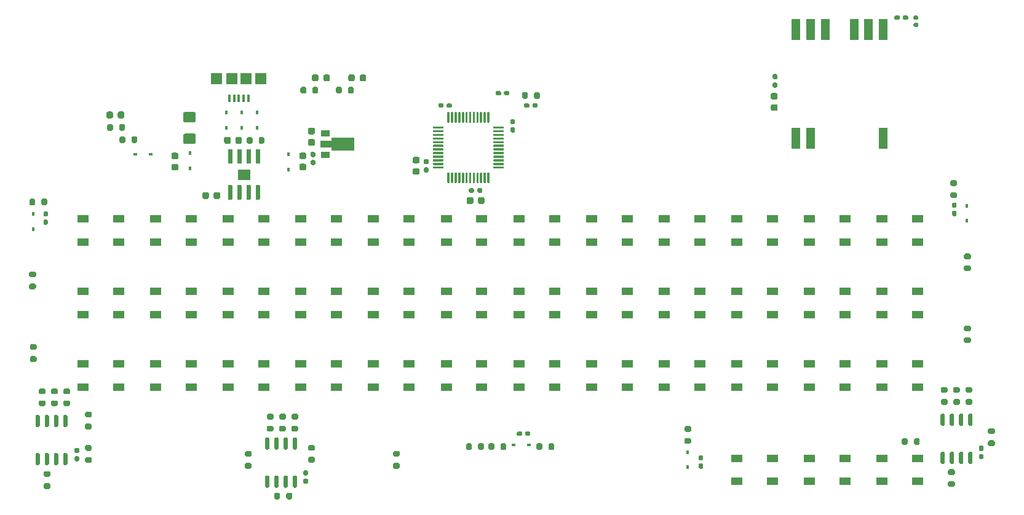
<source format=gbr>
%TF.GenerationSoftware,KiCad,Pcbnew,5.1.10-88a1d61d58~90~ubuntu20.04.1*%
%TF.CreationDate,2022-04-11T18:47:40-06:00*%
%TF.ProjectId,controller,636f6e74-726f-46c6-9c65-722e6b696361,rev?*%
%TF.SameCoordinates,Original*%
%TF.FileFunction,Paste,Top*%
%TF.FilePolarity,Positive*%
%FSLAX46Y46*%
G04 Gerber Fmt 4.6, Leading zero omitted, Abs format (unit mm)*
G04 Created by KiCad (PCBNEW 5.1.10-88a1d61d58~90~ubuntu20.04.1) date 2022-04-11 18:47:40*
%MOMM*%
%LPD*%
G01*
G04 APERTURE LIST*
%ADD10C,0.010000*%
%ADD11R,0.450000X0.600000*%
%ADD12R,1.500000X1.550000*%
%ADD13R,0.320000X1.080000*%
%ADD14R,1.198880X2.999740*%
%ADD15R,1.500000X1.000000*%
%ADD16C,0.100000*%
%ADD17R,1.300000X0.900000*%
%ADD18R,0.600000X0.450000*%
G04 APERTURE END LIST*
D10*
%TO.C,U7*%
G36*
X70520000Y-111655000D02*
G01*
X70520000Y-112945000D01*
X68880000Y-112945000D01*
X68880000Y-111655000D01*
X70520000Y-111655000D01*
G37*
X70520000Y-111655000D02*
X70520000Y-112945000D01*
X68880000Y-112945000D01*
X68880000Y-111655000D01*
X70520000Y-111655000D01*
%TD*%
%TO.C,U4*%
G36*
G01*
X76555000Y-153800000D02*
X76855000Y-153800000D01*
G75*
G02*
X77005000Y-153950000I0J-150000D01*
G01*
X77005000Y-155300000D01*
G75*
G02*
X76855000Y-155450000I-150000J0D01*
G01*
X76555000Y-155450000D01*
G75*
G02*
X76405000Y-155300000I0J150000D01*
G01*
X76405000Y-153950000D01*
G75*
G02*
X76555000Y-153800000I150000J0D01*
G01*
G37*
G36*
G01*
X75285000Y-153800000D02*
X75585000Y-153800000D01*
G75*
G02*
X75735000Y-153950000I0J-150000D01*
G01*
X75735000Y-155300000D01*
G75*
G02*
X75585000Y-155450000I-150000J0D01*
G01*
X75285000Y-155450000D01*
G75*
G02*
X75135000Y-155300000I0J150000D01*
G01*
X75135000Y-153950000D01*
G75*
G02*
X75285000Y-153800000I150000J0D01*
G01*
G37*
G36*
G01*
X74015000Y-153800000D02*
X74315000Y-153800000D01*
G75*
G02*
X74465000Y-153950000I0J-150000D01*
G01*
X74465000Y-155300000D01*
G75*
G02*
X74315000Y-155450000I-150000J0D01*
G01*
X74015000Y-155450000D01*
G75*
G02*
X73865000Y-155300000I0J150000D01*
G01*
X73865000Y-153950000D01*
G75*
G02*
X74015000Y-153800000I150000J0D01*
G01*
G37*
G36*
G01*
X72745000Y-153800000D02*
X73045000Y-153800000D01*
G75*
G02*
X73195000Y-153950000I0J-150000D01*
G01*
X73195000Y-155300000D01*
G75*
G02*
X73045000Y-155450000I-150000J0D01*
G01*
X72745000Y-155450000D01*
G75*
G02*
X72595000Y-155300000I0J150000D01*
G01*
X72595000Y-153950000D01*
G75*
G02*
X72745000Y-153800000I150000J0D01*
G01*
G37*
G36*
G01*
X72745000Y-148550000D02*
X73045000Y-148550000D01*
G75*
G02*
X73195000Y-148700000I0J-150000D01*
G01*
X73195000Y-150050000D01*
G75*
G02*
X73045000Y-150200000I-150000J0D01*
G01*
X72745000Y-150200000D01*
G75*
G02*
X72595000Y-150050000I0J150000D01*
G01*
X72595000Y-148700000D01*
G75*
G02*
X72745000Y-148550000I150000J0D01*
G01*
G37*
G36*
G01*
X74015000Y-148550000D02*
X74315000Y-148550000D01*
G75*
G02*
X74465000Y-148700000I0J-150000D01*
G01*
X74465000Y-150050000D01*
G75*
G02*
X74315000Y-150200000I-150000J0D01*
G01*
X74015000Y-150200000D01*
G75*
G02*
X73865000Y-150050000I0J150000D01*
G01*
X73865000Y-148700000D01*
G75*
G02*
X74015000Y-148550000I150000J0D01*
G01*
G37*
G36*
G01*
X75285000Y-148550000D02*
X75585000Y-148550000D01*
G75*
G02*
X75735000Y-148700000I0J-150000D01*
G01*
X75735000Y-150050000D01*
G75*
G02*
X75585000Y-150200000I-150000J0D01*
G01*
X75285000Y-150200000D01*
G75*
G02*
X75135000Y-150050000I0J150000D01*
G01*
X75135000Y-148700000D01*
G75*
G02*
X75285000Y-148550000I150000J0D01*
G01*
G37*
G36*
G01*
X76555000Y-148550000D02*
X76855000Y-148550000D01*
G75*
G02*
X77005000Y-148700000I0J-150000D01*
G01*
X77005000Y-150050000D01*
G75*
G02*
X76855000Y-150200000I-150000J0D01*
G01*
X76555000Y-150200000D01*
G75*
G02*
X76405000Y-150050000I0J150000D01*
G01*
X76405000Y-148700000D01*
G75*
G02*
X76555000Y-148550000I150000J0D01*
G01*
G37*
%TD*%
%TO.C,U3*%
G36*
G01*
X169555000Y-150500000D02*
X169855000Y-150500000D01*
G75*
G02*
X170005000Y-150650000I0J-150000D01*
G01*
X170005000Y-152000000D01*
G75*
G02*
X169855000Y-152150000I-150000J0D01*
G01*
X169555000Y-152150000D01*
G75*
G02*
X169405000Y-152000000I0J150000D01*
G01*
X169405000Y-150650000D01*
G75*
G02*
X169555000Y-150500000I150000J0D01*
G01*
G37*
G36*
G01*
X168285000Y-150500000D02*
X168585000Y-150500000D01*
G75*
G02*
X168735000Y-150650000I0J-150000D01*
G01*
X168735000Y-152000000D01*
G75*
G02*
X168585000Y-152150000I-150000J0D01*
G01*
X168285000Y-152150000D01*
G75*
G02*
X168135000Y-152000000I0J150000D01*
G01*
X168135000Y-150650000D01*
G75*
G02*
X168285000Y-150500000I150000J0D01*
G01*
G37*
G36*
G01*
X167015000Y-150500000D02*
X167315000Y-150500000D01*
G75*
G02*
X167465000Y-150650000I0J-150000D01*
G01*
X167465000Y-152000000D01*
G75*
G02*
X167315000Y-152150000I-150000J0D01*
G01*
X167015000Y-152150000D01*
G75*
G02*
X166865000Y-152000000I0J150000D01*
G01*
X166865000Y-150650000D01*
G75*
G02*
X167015000Y-150500000I150000J0D01*
G01*
G37*
G36*
G01*
X165745000Y-150500000D02*
X166045000Y-150500000D01*
G75*
G02*
X166195000Y-150650000I0J-150000D01*
G01*
X166195000Y-152000000D01*
G75*
G02*
X166045000Y-152150000I-150000J0D01*
G01*
X165745000Y-152150000D01*
G75*
G02*
X165595000Y-152000000I0J150000D01*
G01*
X165595000Y-150650000D01*
G75*
G02*
X165745000Y-150500000I150000J0D01*
G01*
G37*
G36*
G01*
X165745000Y-145250000D02*
X166045000Y-145250000D01*
G75*
G02*
X166195000Y-145400000I0J-150000D01*
G01*
X166195000Y-146750000D01*
G75*
G02*
X166045000Y-146900000I-150000J0D01*
G01*
X165745000Y-146900000D01*
G75*
G02*
X165595000Y-146750000I0J150000D01*
G01*
X165595000Y-145400000D01*
G75*
G02*
X165745000Y-145250000I150000J0D01*
G01*
G37*
G36*
G01*
X167015000Y-145250000D02*
X167315000Y-145250000D01*
G75*
G02*
X167465000Y-145400000I0J-150000D01*
G01*
X167465000Y-146750000D01*
G75*
G02*
X167315000Y-146900000I-150000J0D01*
G01*
X167015000Y-146900000D01*
G75*
G02*
X166865000Y-146750000I0J150000D01*
G01*
X166865000Y-145400000D01*
G75*
G02*
X167015000Y-145250000I150000J0D01*
G01*
G37*
G36*
G01*
X168285000Y-145250000D02*
X168585000Y-145250000D01*
G75*
G02*
X168735000Y-145400000I0J-150000D01*
G01*
X168735000Y-146750000D01*
G75*
G02*
X168585000Y-146900000I-150000J0D01*
G01*
X168285000Y-146900000D01*
G75*
G02*
X168135000Y-146750000I0J150000D01*
G01*
X168135000Y-145400000D01*
G75*
G02*
X168285000Y-145250000I150000J0D01*
G01*
G37*
G36*
G01*
X169555000Y-145250000D02*
X169855000Y-145250000D01*
G75*
G02*
X170005000Y-145400000I0J-150000D01*
G01*
X170005000Y-146750000D01*
G75*
G02*
X169855000Y-146900000I-150000J0D01*
G01*
X169555000Y-146900000D01*
G75*
G02*
X169405000Y-146750000I0J150000D01*
G01*
X169405000Y-145400000D01*
G75*
G02*
X169555000Y-145250000I150000J0D01*
G01*
G37*
%TD*%
%TO.C,U1*%
G36*
G01*
X44955000Y-150700000D02*
X45255000Y-150700000D01*
G75*
G02*
X45405000Y-150850000I0J-150000D01*
G01*
X45405000Y-152200000D01*
G75*
G02*
X45255000Y-152350000I-150000J0D01*
G01*
X44955000Y-152350000D01*
G75*
G02*
X44805000Y-152200000I0J150000D01*
G01*
X44805000Y-150850000D01*
G75*
G02*
X44955000Y-150700000I150000J0D01*
G01*
G37*
G36*
G01*
X43685000Y-150700000D02*
X43985000Y-150700000D01*
G75*
G02*
X44135000Y-150850000I0J-150000D01*
G01*
X44135000Y-152200000D01*
G75*
G02*
X43985000Y-152350000I-150000J0D01*
G01*
X43685000Y-152350000D01*
G75*
G02*
X43535000Y-152200000I0J150000D01*
G01*
X43535000Y-150850000D01*
G75*
G02*
X43685000Y-150700000I150000J0D01*
G01*
G37*
G36*
G01*
X42415000Y-150700000D02*
X42715000Y-150700000D01*
G75*
G02*
X42865000Y-150850000I0J-150000D01*
G01*
X42865000Y-152200000D01*
G75*
G02*
X42715000Y-152350000I-150000J0D01*
G01*
X42415000Y-152350000D01*
G75*
G02*
X42265000Y-152200000I0J150000D01*
G01*
X42265000Y-150850000D01*
G75*
G02*
X42415000Y-150700000I150000J0D01*
G01*
G37*
G36*
G01*
X41145000Y-150700000D02*
X41445000Y-150700000D01*
G75*
G02*
X41595000Y-150850000I0J-150000D01*
G01*
X41595000Y-152200000D01*
G75*
G02*
X41445000Y-152350000I-150000J0D01*
G01*
X41145000Y-152350000D01*
G75*
G02*
X40995000Y-152200000I0J150000D01*
G01*
X40995000Y-150850000D01*
G75*
G02*
X41145000Y-150700000I150000J0D01*
G01*
G37*
G36*
G01*
X41145000Y-145450000D02*
X41445000Y-145450000D01*
G75*
G02*
X41595000Y-145600000I0J-150000D01*
G01*
X41595000Y-146950000D01*
G75*
G02*
X41445000Y-147100000I-150000J0D01*
G01*
X41145000Y-147100000D01*
G75*
G02*
X40995000Y-146950000I0J150000D01*
G01*
X40995000Y-145600000D01*
G75*
G02*
X41145000Y-145450000I150000J0D01*
G01*
G37*
G36*
G01*
X42415000Y-145450000D02*
X42715000Y-145450000D01*
G75*
G02*
X42865000Y-145600000I0J-150000D01*
G01*
X42865000Y-146950000D01*
G75*
G02*
X42715000Y-147100000I-150000J0D01*
G01*
X42415000Y-147100000D01*
G75*
G02*
X42265000Y-146950000I0J150000D01*
G01*
X42265000Y-145600000D01*
G75*
G02*
X42415000Y-145450000I150000J0D01*
G01*
G37*
G36*
G01*
X43685000Y-145450000D02*
X43985000Y-145450000D01*
G75*
G02*
X44135000Y-145600000I0J-150000D01*
G01*
X44135000Y-146950000D01*
G75*
G02*
X43985000Y-147100000I-150000J0D01*
G01*
X43685000Y-147100000D01*
G75*
G02*
X43535000Y-146950000I0J150000D01*
G01*
X43535000Y-145600000D01*
G75*
G02*
X43685000Y-145450000I150000J0D01*
G01*
G37*
G36*
G01*
X44955000Y-145450000D02*
X45255000Y-145450000D01*
G75*
G02*
X45405000Y-145600000I0J-150000D01*
G01*
X45405000Y-146950000D01*
G75*
G02*
X45255000Y-147100000I-150000J0D01*
G01*
X44955000Y-147100000D01*
G75*
G02*
X44805000Y-146950000I0J150000D01*
G01*
X44805000Y-145600000D01*
G75*
G02*
X44955000Y-145450000I150000J0D01*
G01*
G37*
%TD*%
%TO.C,R35*%
G36*
G01*
X48025000Y-146625000D02*
X48575000Y-146625000D01*
G75*
G02*
X48775000Y-146825000I0J-200000D01*
G01*
X48775000Y-147225000D01*
G75*
G02*
X48575000Y-147425000I-200000J0D01*
G01*
X48025000Y-147425000D01*
G75*
G02*
X47825000Y-147225000I0J200000D01*
G01*
X47825000Y-146825000D01*
G75*
G02*
X48025000Y-146625000I200000J0D01*
G01*
G37*
G36*
G01*
X48025000Y-144975000D02*
X48575000Y-144975000D01*
G75*
G02*
X48775000Y-145175000I0J-200000D01*
G01*
X48775000Y-145575000D01*
G75*
G02*
X48575000Y-145775000I-200000J0D01*
G01*
X48025000Y-145775000D01*
G75*
G02*
X47825000Y-145575000I0J200000D01*
G01*
X47825000Y-145175000D01*
G75*
G02*
X48025000Y-144975000I200000J0D01*
G01*
G37*
%TD*%
%TO.C,C25*%
G36*
G01*
X79045000Y-110300000D02*
X79355000Y-110300000D01*
G75*
G02*
X79510000Y-110455000I0J-155000D01*
G01*
X79510000Y-110880000D01*
G75*
G02*
X79355000Y-111035000I-155000J0D01*
G01*
X79045000Y-111035000D01*
G75*
G02*
X78890000Y-110880000I0J155000D01*
G01*
X78890000Y-110455000D01*
G75*
G02*
X79045000Y-110300000I155000J0D01*
G01*
G37*
G36*
G01*
X79045000Y-109165000D02*
X79355000Y-109165000D01*
G75*
G02*
X79510000Y-109320000I0J-155000D01*
G01*
X79510000Y-109745000D01*
G75*
G02*
X79355000Y-109900000I-155000J0D01*
G01*
X79045000Y-109900000D01*
G75*
G02*
X78890000Y-109745000I0J155000D01*
G01*
X78890000Y-109320000D01*
G75*
G02*
X79045000Y-109165000I155000J0D01*
G01*
G37*
%TD*%
D11*
%TO.C,D51*%
X67300000Y-105850000D03*
X67300000Y-103750000D03*
%TD*%
%TO.C,D50*%
X69400000Y-105850000D03*
X69400000Y-103750000D03*
%TD*%
%TO.C,C10*%
G36*
G01*
X108400000Y-148155000D02*
X108400000Y-147845000D01*
G75*
G02*
X108555000Y-147690000I155000J0D01*
G01*
X108980000Y-147690000D01*
G75*
G02*
X109135000Y-147845000I0J-155000D01*
G01*
X109135000Y-148155000D01*
G75*
G02*
X108980000Y-148310000I-155000J0D01*
G01*
X108555000Y-148310000D01*
G75*
G02*
X108400000Y-148155000I0J155000D01*
G01*
G37*
G36*
G01*
X107265000Y-148155000D02*
X107265000Y-147845000D01*
G75*
G02*
X107420000Y-147690000I155000J0D01*
G01*
X107845000Y-147690000D01*
G75*
G02*
X108000000Y-147845000I0J-155000D01*
G01*
X108000000Y-148155000D01*
G75*
G02*
X107845000Y-148310000I-155000J0D01*
G01*
X107420000Y-148310000D01*
G75*
G02*
X107265000Y-148155000I0J155000D01*
G01*
G37*
%TD*%
%TO.C,C8*%
G36*
G01*
X132445000Y-152100000D02*
X132755000Y-152100000D01*
G75*
G02*
X132910000Y-152255000I0J-155000D01*
G01*
X132910000Y-152680000D01*
G75*
G02*
X132755000Y-152835000I-155000J0D01*
G01*
X132445000Y-152835000D01*
G75*
G02*
X132290000Y-152680000I0J155000D01*
G01*
X132290000Y-152255000D01*
G75*
G02*
X132445000Y-152100000I155000J0D01*
G01*
G37*
G36*
G01*
X132445000Y-150965000D02*
X132755000Y-150965000D01*
G75*
G02*
X132910000Y-151120000I0J-155000D01*
G01*
X132910000Y-151545000D01*
G75*
G02*
X132755000Y-151700000I-155000J0D01*
G01*
X132445000Y-151700000D01*
G75*
G02*
X132290000Y-151545000I0J155000D01*
G01*
X132290000Y-151120000D01*
G75*
G02*
X132445000Y-150965000I155000J0D01*
G01*
G37*
%TD*%
%TO.C,C4*%
G36*
G01*
X167345000Y-117300000D02*
X167655000Y-117300000D01*
G75*
G02*
X167810000Y-117455000I0J-155000D01*
G01*
X167810000Y-117880000D01*
G75*
G02*
X167655000Y-118035000I-155000J0D01*
G01*
X167345000Y-118035000D01*
G75*
G02*
X167190000Y-117880000I0J155000D01*
G01*
X167190000Y-117455000D01*
G75*
G02*
X167345000Y-117300000I155000J0D01*
G01*
G37*
G36*
G01*
X167345000Y-116165000D02*
X167655000Y-116165000D01*
G75*
G02*
X167810000Y-116320000I0J-155000D01*
G01*
X167810000Y-116745000D01*
G75*
G02*
X167655000Y-116900000I-155000J0D01*
G01*
X167345000Y-116900000D01*
G75*
G02*
X167190000Y-116745000I0J155000D01*
G01*
X167190000Y-116320000D01*
G75*
G02*
X167345000Y-116165000I155000J0D01*
G01*
G37*
%TD*%
%TO.C,C2*%
G36*
G01*
X42245000Y-118500000D02*
X42555000Y-118500000D01*
G75*
G02*
X42710000Y-118655000I0J-155000D01*
G01*
X42710000Y-119080000D01*
G75*
G02*
X42555000Y-119235000I-155000J0D01*
G01*
X42245000Y-119235000D01*
G75*
G02*
X42090000Y-119080000I0J155000D01*
G01*
X42090000Y-118655000D01*
G75*
G02*
X42245000Y-118500000I155000J0D01*
G01*
G37*
G36*
G01*
X42245000Y-117365000D02*
X42555000Y-117365000D01*
G75*
G02*
X42710000Y-117520000I0J-155000D01*
G01*
X42710000Y-117945000D01*
G75*
G02*
X42555000Y-118100000I-155000J0D01*
G01*
X42245000Y-118100000D01*
G75*
G02*
X42090000Y-117945000I0J155000D01*
G01*
X42090000Y-117520000D01*
G75*
G02*
X42245000Y-117365000I155000J0D01*
G01*
G37*
%TD*%
%TO.C,U7*%
G36*
G01*
X71347000Y-113790000D02*
X71863000Y-113790000D01*
G75*
G02*
X71905000Y-113832000I0J-42000D01*
G01*
X71905000Y-115718000D01*
G75*
G02*
X71863000Y-115760000I-42000J0D01*
G01*
X71347000Y-115760000D01*
G75*
G02*
X71305000Y-115718000I0J42000D01*
G01*
X71305000Y-113832000D01*
G75*
G02*
X71347000Y-113790000I42000J0D01*
G01*
G37*
G36*
G01*
X70077000Y-113790000D02*
X70593000Y-113790000D01*
G75*
G02*
X70635000Y-113832000I0J-42000D01*
G01*
X70635000Y-115718000D01*
G75*
G02*
X70593000Y-115760000I-42000J0D01*
G01*
X70077000Y-115760000D01*
G75*
G02*
X70035000Y-115718000I0J42000D01*
G01*
X70035000Y-113832000D01*
G75*
G02*
X70077000Y-113790000I42000J0D01*
G01*
G37*
G36*
G01*
X68807000Y-113790000D02*
X69323000Y-113790000D01*
G75*
G02*
X69365000Y-113832000I0J-42000D01*
G01*
X69365000Y-115718000D01*
G75*
G02*
X69323000Y-115760000I-42000J0D01*
G01*
X68807000Y-115760000D01*
G75*
G02*
X68765000Y-115718000I0J42000D01*
G01*
X68765000Y-113832000D01*
G75*
G02*
X68807000Y-113790000I42000J0D01*
G01*
G37*
G36*
G01*
X67537000Y-113790000D02*
X68053000Y-113790000D01*
G75*
G02*
X68095000Y-113832000I0J-42000D01*
G01*
X68095000Y-115718000D01*
G75*
G02*
X68053000Y-115760000I-42000J0D01*
G01*
X67537000Y-115760000D01*
G75*
G02*
X67495000Y-115718000I0J42000D01*
G01*
X67495000Y-113832000D01*
G75*
G02*
X67537000Y-113790000I42000J0D01*
G01*
G37*
G36*
G01*
X67537000Y-108840000D02*
X68053000Y-108840000D01*
G75*
G02*
X68095000Y-108882000I0J-42000D01*
G01*
X68095000Y-110768000D01*
G75*
G02*
X68053000Y-110810000I-42000J0D01*
G01*
X67537000Y-110810000D01*
G75*
G02*
X67495000Y-110768000I0J42000D01*
G01*
X67495000Y-108882000D01*
G75*
G02*
X67537000Y-108840000I42000J0D01*
G01*
G37*
G36*
G01*
X68807000Y-108840000D02*
X69323000Y-108840000D01*
G75*
G02*
X69365000Y-108882000I0J-42000D01*
G01*
X69365000Y-110768000D01*
G75*
G02*
X69323000Y-110810000I-42000J0D01*
G01*
X68807000Y-110810000D01*
G75*
G02*
X68765000Y-110768000I0J42000D01*
G01*
X68765000Y-108882000D01*
G75*
G02*
X68807000Y-108840000I42000J0D01*
G01*
G37*
G36*
G01*
X70077000Y-108840000D02*
X70593000Y-108840000D01*
G75*
G02*
X70635000Y-108882000I0J-42000D01*
G01*
X70635000Y-110768000D01*
G75*
G02*
X70593000Y-110810000I-42000J0D01*
G01*
X70077000Y-110810000D01*
G75*
G02*
X70035000Y-110768000I0J42000D01*
G01*
X70035000Y-108882000D01*
G75*
G02*
X70077000Y-108840000I42000J0D01*
G01*
G37*
G36*
G01*
X71347000Y-108840000D02*
X71863000Y-108840000D01*
G75*
G02*
X71905000Y-108882000I0J-42000D01*
G01*
X71905000Y-110768000D01*
G75*
G02*
X71863000Y-110810000I-42000J0D01*
G01*
X71347000Y-110810000D01*
G75*
G02*
X71305000Y-110768000I0J42000D01*
G01*
X71305000Y-108882000D01*
G75*
G02*
X71347000Y-108840000I42000J0D01*
G01*
G37*
%TD*%
D12*
%TO.C,J4*%
X65950000Y-99100000D03*
X72050000Y-99100000D03*
X68000000Y-99100000D03*
X70000000Y-99100000D03*
D13*
X67700000Y-101775000D03*
X68350000Y-101775000D03*
X69000000Y-101775000D03*
X69650000Y-101775000D03*
X70300000Y-101775000D03*
%TD*%
%TO.C,U2*%
G36*
G01*
X97100000Y-111500000D02*
X95775000Y-111500000D01*
G75*
G02*
X95700000Y-111425000I0J75000D01*
G01*
X95700000Y-111275000D01*
G75*
G02*
X95775000Y-111200000I75000J0D01*
G01*
X97100000Y-111200000D01*
G75*
G02*
X97175000Y-111275000I0J-75000D01*
G01*
X97175000Y-111425000D01*
G75*
G02*
X97100000Y-111500000I-75000J0D01*
G01*
G37*
G36*
G01*
X97100000Y-111000000D02*
X95775000Y-111000000D01*
G75*
G02*
X95700000Y-110925000I0J75000D01*
G01*
X95700000Y-110775000D01*
G75*
G02*
X95775000Y-110700000I75000J0D01*
G01*
X97100000Y-110700000D01*
G75*
G02*
X97175000Y-110775000I0J-75000D01*
G01*
X97175000Y-110925000D01*
G75*
G02*
X97100000Y-111000000I-75000J0D01*
G01*
G37*
G36*
G01*
X97100000Y-110500000D02*
X95775000Y-110500000D01*
G75*
G02*
X95700000Y-110425000I0J75000D01*
G01*
X95700000Y-110275000D01*
G75*
G02*
X95775000Y-110200000I75000J0D01*
G01*
X97100000Y-110200000D01*
G75*
G02*
X97175000Y-110275000I0J-75000D01*
G01*
X97175000Y-110425000D01*
G75*
G02*
X97100000Y-110500000I-75000J0D01*
G01*
G37*
G36*
G01*
X97100000Y-110000000D02*
X95775000Y-110000000D01*
G75*
G02*
X95700000Y-109925000I0J75000D01*
G01*
X95700000Y-109775000D01*
G75*
G02*
X95775000Y-109700000I75000J0D01*
G01*
X97100000Y-109700000D01*
G75*
G02*
X97175000Y-109775000I0J-75000D01*
G01*
X97175000Y-109925000D01*
G75*
G02*
X97100000Y-110000000I-75000J0D01*
G01*
G37*
G36*
G01*
X97100000Y-109500000D02*
X95775000Y-109500000D01*
G75*
G02*
X95700000Y-109425000I0J75000D01*
G01*
X95700000Y-109275000D01*
G75*
G02*
X95775000Y-109200000I75000J0D01*
G01*
X97100000Y-109200000D01*
G75*
G02*
X97175000Y-109275000I0J-75000D01*
G01*
X97175000Y-109425000D01*
G75*
G02*
X97100000Y-109500000I-75000J0D01*
G01*
G37*
G36*
G01*
X97100000Y-109000000D02*
X95775000Y-109000000D01*
G75*
G02*
X95700000Y-108925000I0J75000D01*
G01*
X95700000Y-108775000D01*
G75*
G02*
X95775000Y-108700000I75000J0D01*
G01*
X97100000Y-108700000D01*
G75*
G02*
X97175000Y-108775000I0J-75000D01*
G01*
X97175000Y-108925000D01*
G75*
G02*
X97100000Y-109000000I-75000J0D01*
G01*
G37*
G36*
G01*
X97100000Y-108500000D02*
X95775000Y-108500000D01*
G75*
G02*
X95700000Y-108425000I0J75000D01*
G01*
X95700000Y-108275000D01*
G75*
G02*
X95775000Y-108200000I75000J0D01*
G01*
X97100000Y-108200000D01*
G75*
G02*
X97175000Y-108275000I0J-75000D01*
G01*
X97175000Y-108425000D01*
G75*
G02*
X97100000Y-108500000I-75000J0D01*
G01*
G37*
G36*
G01*
X97100000Y-108000000D02*
X95775000Y-108000000D01*
G75*
G02*
X95700000Y-107925000I0J75000D01*
G01*
X95700000Y-107775000D01*
G75*
G02*
X95775000Y-107700000I75000J0D01*
G01*
X97100000Y-107700000D01*
G75*
G02*
X97175000Y-107775000I0J-75000D01*
G01*
X97175000Y-107925000D01*
G75*
G02*
X97100000Y-108000000I-75000J0D01*
G01*
G37*
G36*
G01*
X97100000Y-107500000D02*
X95775000Y-107500000D01*
G75*
G02*
X95700000Y-107425000I0J75000D01*
G01*
X95700000Y-107275000D01*
G75*
G02*
X95775000Y-107200000I75000J0D01*
G01*
X97100000Y-107200000D01*
G75*
G02*
X97175000Y-107275000I0J-75000D01*
G01*
X97175000Y-107425000D01*
G75*
G02*
X97100000Y-107500000I-75000J0D01*
G01*
G37*
G36*
G01*
X97100000Y-107000000D02*
X95775000Y-107000000D01*
G75*
G02*
X95700000Y-106925000I0J75000D01*
G01*
X95700000Y-106775000D01*
G75*
G02*
X95775000Y-106700000I75000J0D01*
G01*
X97100000Y-106700000D01*
G75*
G02*
X97175000Y-106775000I0J-75000D01*
G01*
X97175000Y-106925000D01*
G75*
G02*
X97100000Y-107000000I-75000J0D01*
G01*
G37*
G36*
G01*
X97100000Y-106500000D02*
X95775000Y-106500000D01*
G75*
G02*
X95700000Y-106425000I0J75000D01*
G01*
X95700000Y-106275000D01*
G75*
G02*
X95775000Y-106200000I75000J0D01*
G01*
X97100000Y-106200000D01*
G75*
G02*
X97175000Y-106275000I0J-75000D01*
G01*
X97175000Y-106425000D01*
G75*
G02*
X97100000Y-106500000I-75000J0D01*
G01*
G37*
G36*
G01*
X97100000Y-106000000D02*
X95775000Y-106000000D01*
G75*
G02*
X95700000Y-105925000I0J75000D01*
G01*
X95700000Y-105775000D01*
G75*
G02*
X95775000Y-105700000I75000J0D01*
G01*
X97100000Y-105700000D01*
G75*
G02*
X97175000Y-105775000I0J-75000D01*
G01*
X97175000Y-105925000D01*
G75*
G02*
X97100000Y-106000000I-75000J0D01*
G01*
G37*
G36*
G01*
X97925000Y-105175000D02*
X97775000Y-105175000D01*
G75*
G02*
X97700000Y-105100000I0J75000D01*
G01*
X97700000Y-103775000D01*
G75*
G02*
X97775000Y-103700000I75000J0D01*
G01*
X97925000Y-103700000D01*
G75*
G02*
X98000000Y-103775000I0J-75000D01*
G01*
X98000000Y-105100000D01*
G75*
G02*
X97925000Y-105175000I-75000J0D01*
G01*
G37*
G36*
G01*
X98425000Y-105175000D02*
X98275000Y-105175000D01*
G75*
G02*
X98200000Y-105100000I0J75000D01*
G01*
X98200000Y-103775000D01*
G75*
G02*
X98275000Y-103700000I75000J0D01*
G01*
X98425000Y-103700000D01*
G75*
G02*
X98500000Y-103775000I0J-75000D01*
G01*
X98500000Y-105100000D01*
G75*
G02*
X98425000Y-105175000I-75000J0D01*
G01*
G37*
G36*
G01*
X98925000Y-105175000D02*
X98775000Y-105175000D01*
G75*
G02*
X98700000Y-105100000I0J75000D01*
G01*
X98700000Y-103775000D01*
G75*
G02*
X98775000Y-103700000I75000J0D01*
G01*
X98925000Y-103700000D01*
G75*
G02*
X99000000Y-103775000I0J-75000D01*
G01*
X99000000Y-105100000D01*
G75*
G02*
X98925000Y-105175000I-75000J0D01*
G01*
G37*
G36*
G01*
X99425000Y-105175000D02*
X99275000Y-105175000D01*
G75*
G02*
X99200000Y-105100000I0J75000D01*
G01*
X99200000Y-103775000D01*
G75*
G02*
X99275000Y-103700000I75000J0D01*
G01*
X99425000Y-103700000D01*
G75*
G02*
X99500000Y-103775000I0J-75000D01*
G01*
X99500000Y-105100000D01*
G75*
G02*
X99425000Y-105175000I-75000J0D01*
G01*
G37*
G36*
G01*
X99925000Y-105175000D02*
X99775000Y-105175000D01*
G75*
G02*
X99700000Y-105100000I0J75000D01*
G01*
X99700000Y-103775000D01*
G75*
G02*
X99775000Y-103700000I75000J0D01*
G01*
X99925000Y-103700000D01*
G75*
G02*
X100000000Y-103775000I0J-75000D01*
G01*
X100000000Y-105100000D01*
G75*
G02*
X99925000Y-105175000I-75000J0D01*
G01*
G37*
G36*
G01*
X100425000Y-105175000D02*
X100275000Y-105175000D01*
G75*
G02*
X100200000Y-105100000I0J75000D01*
G01*
X100200000Y-103775000D01*
G75*
G02*
X100275000Y-103700000I75000J0D01*
G01*
X100425000Y-103700000D01*
G75*
G02*
X100500000Y-103775000I0J-75000D01*
G01*
X100500000Y-105100000D01*
G75*
G02*
X100425000Y-105175000I-75000J0D01*
G01*
G37*
G36*
G01*
X100925000Y-105175000D02*
X100775000Y-105175000D01*
G75*
G02*
X100700000Y-105100000I0J75000D01*
G01*
X100700000Y-103775000D01*
G75*
G02*
X100775000Y-103700000I75000J0D01*
G01*
X100925000Y-103700000D01*
G75*
G02*
X101000000Y-103775000I0J-75000D01*
G01*
X101000000Y-105100000D01*
G75*
G02*
X100925000Y-105175000I-75000J0D01*
G01*
G37*
G36*
G01*
X101425000Y-105175000D02*
X101275000Y-105175000D01*
G75*
G02*
X101200000Y-105100000I0J75000D01*
G01*
X101200000Y-103775000D01*
G75*
G02*
X101275000Y-103700000I75000J0D01*
G01*
X101425000Y-103700000D01*
G75*
G02*
X101500000Y-103775000I0J-75000D01*
G01*
X101500000Y-105100000D01*
G75*
G02*
X101425000Y-105175000I-75000J0D01*
G01*
G37*
G36*
G01*
X101925000Y-105175000D02*
X101775000Y-105175000D01*
G75*
G02*
X101700000Y-105100000I0J75000D01*
G01*
X101700000Y-103775000D01*
G75*
G02*
X101775000Y-103700000I75000J0D01*
G01*
X101925000Y-103700000D01*
G75*
G02*
X102000000Y-103775000I0J-75000D01*
G01*
X102000000Y-105100000D01*
G75*
G02*
X101925000Y-105175000I-75000J0D01*
G01*
G37*
G36*
G01*
X102425000Y-105175000D02*
X102275000Y-105175000D01*
G75*
G02*
X102200000Y-105100000I0J75000D01*
G01*
X102200000Y-103775000D01*
G75*
G02*
X102275000Y-103700000I75000J0D01*
G01*
X102425000Y-103700000D01*
G75*
G02*
X102500000Y-103775000I0J-75000D01*
G01*
X102500000Y-105100000D01*
G75*
G02*
X102425000Y-105175000I-75000J0D01*
G01*
G37*
G36*
G01*
X102925000Y-105175000D02*
X102775000Y-105175000D01*
G75*
G02*
X102700000Y-105100000I0J75000D01*
G01*
X102700000Y-103775000D01*
G75*
G02*
X102775000Y-103700000I75000J0D01*
G01*
X102925000Y-103700000D01*
G75*
G02*
X103000000Y-103775000I0J-75000D01*
G01*
X103000000Y-105100000D01*
G75*
G02*
X102925000Y-105175000I-75000J0D01*
G01*
G37*
G36*
G01*
X103425000Y-105175000D02*
X103275000Y-105175000D01*
G75*
G02*
X103200000Y-105100000I0J75000D01*
G01*
X103200000Y-103775000D01*
G75*
G02*
X103275000Y-103700000I75000J0D01*
G01*
X103425000Y-103700000D01*
G75*
G02*
X103500000Y-103775000I0J-75000D01*
G01*
X103500000Y-105100000D01*
G75*
G02*
X103425000Y-105175000I-75000J0D01*
G01*
G37*
G36*
G01*
X105425000Y-106000000D02*
X104100000Y-106000000D01*
G75*
G02*
X104025000Y-105925000I0J75000D01*
G01*
X104025000Y-105775000D01*
G75*
G02*
X104100000Y-105700000I75000J0D01*
G01*
X105425000Y-105700000D01*
G75*
G02*
X105500000Y-105775000I0J-75000D01*
G01*
X105500000Y-105925000D01*
G75*
G02*
X105425000Y-106000000I-75000J0D01*
G01*
G37*
G36*
G01*
X105425000Y-106500000D02*
X104100000Y-106500000D01*
G75*
G02*
X104025000Y-106425000I0J75000D01*
G01*
X104025000Y-106275000D01*
G75*
G02*
X104100000Y-106200000I75000J0D01*
G01*
X105425000Y-106200000D01*
G75*
G02*
X105500000Y-106275000I0J-75000D01*
G01*
X105500000Y-106425000D01*
G75*
G02*
X105425000Y-106500000I-75000J0D01*
G01*
G37*
G36*
G01*
X105425000Y-107000000D02*
X104100000Y-107000000D01*
G75*
G02*
X104025000Y-106925000I0J75000D01*
G01*
X104025000Y-106775000D01*
G75*
G02*
X104100000Y-106700000I75000J0D01*
G01*
X105425000Y-106700000D01*
G75*
G02*
X105500000Y-106775000I0J-75000D01*
G01*
X105500000Y-106925000D01*
G75*
G02*
X105425000Y-107000000I-75000J0D01*
G01*
G37*
G36*
G01*
X105425000Y-107500000D02*
X104100000Y-107500000D01*
G75*
G02*
X104025000Y-107425000I0J75000D01*
G01*
X104025000Y-107275000D01*
G75*
G02*
X104100000Y-107200000I75000J0D01*
G01*
X105425000Y-107200000D01*
G75*
G02*
X105500000Y-107275000I0J-75000D01*
G01*
X105500000Y-107425000D01*
G75*
G02*
X105425000Y-107500000I-75000J0D01*
G01*
G37*
G36*
G01*
X105425000Y-108000000D02*
X104100000Y-108000000D01*
G75*
G02*
X104025000Y-107925000I0J75000D01*
G01*
X104025000Y-107775000D01*
G75*
G02*
X104100000Y-107700000I75000J0D01*
G01*
X105425000Y-107700000D01*
G75*
G02*
X105500000Y-107775000I0J-75000D01*
G01*
X105500000Y-107925000D01*
G75*
G02*
X105425000Y-108000000I-75000J0D01*
G01*
G37*
G36*
G01*
X105425000Y-108500000D02*
X104100000Y-108500000D01*
G75*
G02*
X104025000Y-108425000I0J75000D01*
G01*
X104025000Y-108275000D01*
G75*
G02*
X104100000Y-108200000I75000J0D01*
G01*
X105425000Y-108200000D01*
G75*
G02*
X105500000Y-108275000I0J-75000D01*
G01*
X105500000Y-108425000D01*
G75*
G02*
X105425000Y-108500000I-75000J0D01*
G01*
G37*
G36*
G01*
X105425000Y-109000000D02*
X104100000Y-109000000D01*
G75*
G02*
X104025000Y-108925000I0J75000D01*
G01*
X104025000Y-108775000D01*
G75*
G02*
X104100000Y-108700000I75000J0D01*
G01*
X105425000Y-108700000D01*
G75*
G02*
X105500000Y-108775000I0J-75000D01*
G01*
X105500000Y-108925000D01*
G75*
G02*
X105425000Y-109000000I-75000J0D01*
G01*
G37*
G36*
G01*
X105425000Y-109500000D02*
X104100000Y-109500000D01*
G75*
G02*
X104025000Y-109425000I0J75000D01*
G01*
X104025000Y-109275000D01*
G75*
G02*
X104100000Y-109200000I75000J0D01*
G01*
X105425000Y-109200000D01*
G75*
G02*
X105500000Y-109275000I0J-75000D01*
G01*
X105500000Y-109425000D01*
G75*
G02*
X105425000Y-109500000I-75000J0D01*
G01*
G37*
G36*
G01*
X105425000Y-110000000D02*
X104100000Y-110000000D01*
G75*
G02*
X104025000Y-109925000I0J75000D01*
G01*
X104025000Y-109775000D01*
G75*
G02*
X104100000Y-109700000I75000J0D01*
G01*
X105425000Y-109700000D01*
G75*
G02*
X105500000Y-109775000I0J-75000D01*
G01*
X105500000Y-109925000D01*
G75*
G02*
X105425000Y-110000000I-75000J0D01*
G01*
G37*
G36*
G01*
X105425000Y-110500000D02*
X104100000Y-110500000D01*
G75*
G02*
X104025000Y-110425000I0J75000D01*
G01*
X104025000Y-110275000D01*
G75*
G02*
X104100000Y-110200000I75000J0D01*
G01*
X105425000Y-110200000D01*
G75*
G02*
X105500000Y-110275000I0J-75000D01*
G01*
X105500000Y-110425000D01*
G75*
G02*
X105425000Y-110500000I-75000J0D01*
G01*
G37*
G36*
G01*
X105425000Y-111000000D02*
X104100000Y-111000000D01*
G75*
G02*
X104025000Y-110925000I0J75000D01*
G01*
X104025000Y-110775000D01*
G75*
G02*
X104100000Y-110700000I75000J0D01*
G01*
X105425000Y-110700000D01*
G75*
G02*
X105500000Y-110775000I0J-75000D01*
G01*
X105500000Y-110925000D01*
G75*
G02*
X105425000Y-111000000I-75000J0D01*
G01*
G37*
G36*
G01*
X105425000Y-111500000D02*
X104100000Y-111500000D01*
G75*
G02*
X104025000Y-111425000I0J75000D01*
G01*
X104025000Y-111275000D01*
G75*
G02*
X104100000Y-111200000I75000J0D01*
G01*
X105425000Y-111200000D01*
G75*
G02*
X105500000Y-111275000I0J-75000D01*
G01*
X105500000Y-111425000D01*
G75*
G02*
X105425000Y-111500000I-75000J0D01*
G01*
G37*
G36*
G01*
X103425000Y-113500000D02*
X103275000Y-113500000D01*
G75*
G02*
X103200000Y-113425000I0J75000D01*
G01*
X103200000Y-112100000D01*
G75*
G02*
X103275000Y-112025000I75000J0D01*
G01*
X103425000Y-112025000D01*
G75*
G02*
X103500000Y-112100000I0J-75000D01*
G01*
X103500000Y-113425000D01*
G75*
G02*
X103425000Y-113500000I-75000J0D01*
G01*
G37*
G36*
G01*
X102925000Y-113500000D02*
X102775000Y-113500000D01*
G75*
G02*
X102700000Y-113425000I0J75000D01*
G01*
X102700000Y-112100000D01*
G75*
G02*
X102775000Y-112025000I75000J0D01*
G01*
X102925000Y-112025000D01*
G75*
G02*
X103000000Y-112100000I0J-75000D01*
G01*
X103000000Y-113425000D01*
G75*
G02*
X102925000Y-113500000I-75000J0D01*
G01*
G37*
G36*
G01*
X102425000Y-113500000D02*
X102275000Y-113500000D01*
G75*
G02*
X102200000Y-113425000I0J75000D01*
G01*
X102200000Y-112100000D01*
G75*
G02*
X102275000Y-112025000I75000J0D01*
G01*
X102425000Y-112025000D01*
G75*
G02*
X102500000Y-112100000I0J-75000D01*
G01*
X102500000Y-113425000D01*
G75*
G02*
X102425000Y-113500000I-75000J0D01*
G01*
G37*
G36*
G01*
X101925000Y-113500000D02*
X101775000Y-113500000D01*
G75*
G02*
X101700000Y-113425000I0J75000D01*
G01*
X101700000Y-112100000D01*
G75*
G02*
X101775000Y-112025000I75000J0D01*
G01*
X101925000Y-112025000D01*
G75*
G02*
X102000000Y-112100000I0J-75000D01*
G01*
X102000000Y-113425000D01*
G75*
G02*
X101925000Y-113500000I-75000J0D01*
G01*
G37*
G36*
G01*
X101425000Y-113500000D02*
X101275000Y-113500000D01*
G75*
G02*
X101200000Y-113425000I0J75000D01*
G01*
X101200000Y-112100000D01*
G75*
G02*
X101275000Y-112025000I75000J0D01*
G01*
X101425000Y-112025000D01*
G75*
G02*
X101500000Y-112100000I0J-75000D01*
G01*
X101500000Y-113425000D01*
G75*
G02*
X101425000Y-113500000I-75000J0D01*
G01*
G37*
G36*
G01*
X100925000Y-113500000D02*
X100775000Y-113500000D01*
G75*
G02*
X100700000Y-113425000I0J75000D01*
G01*
X100700000Y-112100000D01*
G75*
G02*
X100775000Y-112025000I75000J0D01*
G01*
X100925000Y-112025000D01*
G75*
G02*
X101000000Y-112100000I0J-75000D01*
G01*
X101000000Y-113425000D01*
G75*
G02*
X100925000Y-113500000I-75000J0D01*
G01*
G37*
G36*
G01*
X100425000Y-113500000D02*
X100275000Y-113500000D01*
G75*
G02*
X100200000Y-113425000I0J75000D01*
G01*
X100200000Y-112100000D01*
G75*
G02*
X100275000Y-112025000I75000J0D01*
G01*
X100425000Y-112025000D01*
G75*
G02*
X100500000Y-112100000I0J-75000D01*
G01*
X100500000Y-113425000D01*
G75*
G02*
X100425000Y-113500000I-75000J0D01*
G01*
G37*
G36*
G01*
X99925000Y-113500000D02*
X99775000Y-113500000D01*
G75*
G02*
X99700000Y-113425000I0J75000D01*
G01*
X99700000Y-112100000D01*
G75*
G02*
X99775000Y-112025000I75000J0D01*
G01*
X99925000Y-112025000D01*
G75*
G02*
X100000000Y-112100000I0J-75000D01*
G01*
X100000000Y-113425000D01*
G75*
G02*
X99925000Y-113500000I-75000J0D01*
G01*
G37*
G36*
G01*
X99425000Y-113500000D02*
X99275000Y-113500000D01*
G75*
G02*
X99200000Y-113425000I0J75000D01*
G01*
X99200000Y-112100000D01*
G75*
G02*
X99275000Y-112025000I75000J0D01*
G01*
X99425000Y-112025000D01*
G75*
G02*
X99500000Y-112100000I0J-75000D01*
G01*
X99500000Y-113425000D01*
G75*
G02*
X99425000Y-113500000I-75000J0D01*
G01*
G37*
G36*
G01*
X98925000Y-113500000D02*
X98775000Y-113500000D01*
G75*
G02*
X98700000Y-113425000I0J75000D01*
G01*
X98700000Y-112100000D01*
G75*
G02*
X98775000Y-112025000I75000J0D01*
G01*
X98925000Y-112025000D01*
G75*
G02*
X99000000Y-112100000I0J-75000D01*
G01*
X99000000Y-113425000D01*
G75*
G02*
X98925000Y-113500000I-75000J0D01*
G01*
G37*
G36*
G01*
X98425000Y-113500000D02*
X98275000Y-113500000D01*
G75*
G02*
X98200000Y-113425000I0J75000D01*
G01*
X98200000Y-112100000D01*
G75*
G02*
X98275000Y-112025000I75000J0D01*
G01*
X98425000Y-112025000D01*
G75*
G02*
X98500000Y-112100000I0J-75000D01*
G01*
X98500000Y-113425000D01*
G75*
G02*
X98425000Y-113500000I-75000J0D01*
G01*
G37*
G36*
G01*
X97925000Y-113500000D02*
X97775000Y-113500000D01*
G75*
G02*
X97700000Y-113425000I0J75000D01*
G01*
X97700000Y-112100000D01*
G75*
G02*
X97775000Y-112025000I75000J0D01*
G01*
X97925000Y-112025000D01*
G75*
G02*
X98000000Y-112100000I0J-75000D01*
G01*
X98000000Y-113425000D01*
G75*
G02*
X97925000Y-113500000I-75000J0D01*
G01*
G37*
%TD*%
%TO.C,R34*%
G36*
G01*
X109625000Y-101675000D02*
X109625000Y-101125000D01*
G75*
G02*
X109825000Y-100925000I200000J0D01*
G01*
X110225000Y-100925000D01*
G75*
G02*
X110425000Y-101125000I0J-200000D01*
G01*
X110425000Y-101675000D01*
G75*
G02*
X110225000Y-101875000I-200000J0D01*
G01*
X109825000Y-101875000D01*
G75*
G02*
X109625000Y-101675000I0J200000D01*
G01*
G37*
G36*
G01*
X107975000Y-101675000D02*
X107975000Y-101125000D01*
G75*
G02*
X108175000Y-100925000I200000J0D01*
G01*
X108575000Y-100925000D01*
G75*
G02*
X108775000Y-101125000I0J-200000D01*
G01*
X108775000Y-101675000D01*
G75*
G02*
X108575000Y-101875000I-200000J0D01*
G01*
X108175000Y-101875000D01*
G75*
G02*
X107975000Y-101675000I0J200000D01*
G01*
G37*
%TD*%
%TO.C,C24*%
G36*
G01*
X109400000Y-102955000D02*
X109400000Y-102645000D01*
G75*
G02*
X109555000Y-102490000I155000J0D01*
G01*
X109980000Y-102490000D01*
G75*
G02*
X110135000Y-102645000I0J-155000D01*
G01*
X110135000Y-102955000D01*
G75*
G02*
X109980000Y-103110000I-155000J0D01*
G01*
X109555000Y-103110000D01*
G75*
G02*
X109400000Y-102955000I0J155000D01*
G01*
G37*
G36*
G01*
X108265000Y-102955000D02*
X108265000Y-102645000D01*
G75*
G02*
X108420000Y-102490000I155000J0D01*
G01*
X108845000Y-102490000D01*
G75*
G02*
X109000000Y-102645000I0J-155000D01*
G01*
X109000000Y-102955000D01*
G75*
G02*
X108845000Y-103110000I-155000J0D01*
G01*
X108420000Y-103110000D01*
G75*
G02*
X108265000Y-102955000I0J155000D01*
G01*
G37*
%TD*%
%TO.C,C23*%
G36*
G01*
X101400000Y-114345000D02*
X101400000Y-114655000D01*
G75*
G02*
X101245000Y-114810000I-155000J0D01*
G01*
X100820000Y-114810000D01*
G75*
G02*
X100665000Y-114655000I0J155000D01*
G01*
X100665000Y-114345000D01*
G75*
G02*
X100820000Y-114190000I155000J0D01*
G01*
X101245000Y-114190000D01*
G75*
G02*
X101400000Y-114345000I0J-155000D01*
G01*
G37*
G36*
G01*
X102535000Y-114345000D02*
X102535000Y-114655000D01*
G75*
G02*
X102380000Y-114810000I-155000J0D01*
G01*
X101955000Y-114810000D01*
G75*
G02*
X101800000Y-114655000I0J155000D01*
G01*
X101800000Y-114345000D01*
G75*
G02*
X101955000Y-114190000I155000J0D01*
G01*
X102380000Y-114190000D01*
G75*
G02*
X102535000Y-114345000I0J-155000D01*
G01*
G37*
%TD*%
%TO.C,C22*%
G36*
G01*
X94955000Y-110900000D02*
X94645000Y-110900000D01*
G75*
G02*
X94490000Y-110745000I0J155000D01*
G01*
X94490000Y-110320000D01*
G75*
G02*
X94645000Y-110165000I155000J0D01*
G01*
X94955000Y-110165000D01*
G75*
G02*
X95110000Y-110320000I0J-155000D01*
G01*
X95110000Y-110745000D01*
G75*
G02*
X94955000Y-110900000I-155000J0D01*
G01*
G37*
G36*
G01*
X94955000Y-112035000D02*
X94645000Y-112035000D01*
G75*
G02*
X94490000Y-111880000I0J155000D01*
G01*
X94490000Y-111455000D01*
G75*
G02*
X94645000Y-111300000I155000J0D01*
G01*
X94955000Y-111300000D01*
G75*
G02*
X95110000Y-111455000I0J-155000D01*
G01*
X95110000Y-111880000D01*
G75*
G02*
X94955000Y-112035000I-155000J0D01*
G01*
G37*
%TD*%
%TO.C,C21*%
G36*
G01*
X97200000Y-102645000D02*
X97200000Y-102955000D01*
G75*
G02*
X97045000Y-103110000I-155000J0D01*
G01*
X96620000Y-103110000D01*
G75*
G02*
X96465000Y-102955000I0J155000D01*
G01*
X96465000Y-102645000D01*
G75*
G02*
X96620000Y-102490000I155000J0D01*
G01*
X97045000Y-102490000D01*
G75*
G02*
X97200000Y-102645000I0J-155000D01*
G01*
G37*
G36*
G01*
X98335000Y-102645000D02*
X98335000Y-102955000D01*
G75*
G02*
X98180000Y-103110000I-155000J0D01*
G01*
X97755000Y-103110000D01*
G75*
G02*
X97600000Y-102955000I0J155000D01*
G01*
X97600000Y-102645000D01*
G75*
G02*
X97755000Y-102490000I155000J0D01*
G01*
X98180000Y-102490000D01*
G75*
G02*
X98335000Y-102645000I0J-155000D01*
G01*
G37*
%TD*%
%TO.C,C20*%
G36*
G01*
X93150000Y-111425000D02*
X93650000Y-111425000D01*
G75*
G02*
X93875000Y-111650000I0J-225000D01*
G01*
X93875000Y-112100000D01*
G75*
G02*
X93650000Y-112325000I-225000J0D01*
G01*
X93150000Y-112325000D01*
G75*
G02*
X92925000Y-112100000I0J225000D01*
G01*
X92925000Y-111650000D01*
G75*
G02*
X93150000Y-111425000I225000J0D01*
G01*
G37*
G36*
G01*
X93150000Y-109875000D02*
X93650000Y-109875000D01*
G75*
G02*
X93875000Y-110100000I0J-225000D01*
G01*
X93875000Y-110550000D01*
G75*
G02*
X93650000Y-110775000I-225000J0D01*
G01*
X93150000Y-110775000D01*
G75*
G02*
X92925000Y-110550000I0J225000D01*
G01*
X92925000Y-110100000D01*
G75*
G02*
X93150000Y-109875000I225000J0D01*
G01*
G37*
%TD*%
D14*
%TO.C,U6*%
X157699480Y-107298080D03*
X147702040Y-107298080D03*
X145700520Y-107298080D03*
X145700520Y-92301920D03*
X147702040Y-92301920D03*
X149701020Y-92301920D03*
X153698980Y-92301920D03*
X155697960Y-92301920D03*
X157699480Y-92301920D03*
%TD*%
D15*
%TO.C,D49*%
X137550000Y-151400000D03*
X137550000Y-154600000D03*
X142450000Y-151400000D03*
X142450000Y-154600000D03*
%TD*%
%TO.C,D48*%
X147550000Y-151400000D03*
X147550000Y-154600000D03*
X152450000Y-151400000D03*
X152450000Y-154600000D03*
%TD*%
%TO.C,D47*%
X157550000Y-151400000D03*
X157550000Y-154600000D03*
X162450000Y-151400000D03*
X162450000Y-154600000D03*
%TD*%
D16*
%TO.C,U5*%
G36*
X84850000Y-108966500D02*
G01*
X81725000Y-108966500D01*
X81725000Y-108550000D01*
X80250000Y-108550000D01*
X80250000Y-107650000D01*
X81725000Y-107650000D01*
X81725000Y-107233500D01*
X84850000Y-107233500D01*
X84850000Y-108966500D01*
G37*
D17*
X80900000Y-109600000D03*
X80900000Y-106600000D03*
%TD*%
%TO.C,TH1*%
G36*
G01*
X62825000Y-105125000D02*
X61575000Y-105125000D01*
G75*
G02*
X61325000Y-104875000I0J250000D01*
G01*
X61325000Y-103950000D01*
G75*
G02*
X61575000Y-103700000I250000J0D01*
G01*
X62825000Y-103700000D01*
G75*
G02*
X63075000Y-103950000I0J-250000D01*
G01*
X63075000Y-104875000D01*
G75*
G02*
X62825000Y-105125000I-250000J0D01*
G01*
G37*
G36*
G01*
X62825000Y-108100000D02*
X61575000Y-108100000D01*
G75*
G02*
X61325000Y-107850000I0J250000D01*
G01*
X61325000Y-106925000D01*
G75*
G02*
X61575000Y-106675000I250000J0D01*
G01*
X62825000Y-106675000D01*
G75*
G02*
X63075000Y-106925000I0J-250000D01*
G01*
X63075000Y-107850000D01*
G75*
G02*
X62825000Y-108100000I-250000J0D01*
G01*
G37*
%TD*%
%TO.C,R33*%
G36*
G01*
X71725000Y-107875000D02*
X71725000Y-107325000D01*
G75*
G02*
X71925000Y-107125000I200000J0D01*
G01*
X72325000Y-107125000D01*
G75*
G02*
X72525000Y-107325000I0J-200000D01*
G01*
X72525000Y-107875000D01*
G75*
G02*
X72325000Y-108075000I-200000J0D01*
G01*
X71925000Y-108075000D01*
G75*
G02*
X71725000Y-107875000I0J200000D01*
G01*
G37*
G36*
G01*
X70075000Y-107875000D02*
X70075000Y-107325000D01*
G75*
G02*
X70275000Y-107125000I200000J0D01*
G01*
X70675000Y-107125000D01*
G75*
G02*
X70875000Y-107325000I0J-200000D01*
G01*
X70875000Y-107875000D01*
G75*
G02*
X70675000Y-108075000I-200000J0D01*
G01*
X70275000Y-108075000D01*
G75*
G02*
X70075000Y-107875000I0J200000D01*
G01*
G37*
%TD*%
%TO.C,R32*%
G36*
G01*
X78275000Y-100425000D02*
X78275000Y-100975000D01*
G75*
G02*
X78075000Y-101175000I-200000J0D01*
G01*
X77675000Y-101175000D01*
G75*
G02*
X77475000Y-100975000I0J200000D01*
G01*
X77475000Y-100425000D01*
G75*
G02*
X77675000Y-100225000I200000J0D01*
G01*
X78075000Y-100225000D01*
G75*
G02*
X78275000Y-100425000I0J-200000D01*
G01*
G37*
G36*
G01*
X79925000Y-100425000D02*
X79925000Y-100975000D01*
G75*
G02*
X79725000Y-101175000I-200000J0D01*
G01*
X79325000Y-101175000D01*
G75*
G02*
X79125000Y-100975000I0J200000D01*
G01*
X79125000Y-100425000D01*
G75*
G02*
X79325000Y-100225000I200000J0D01*
G01*
X79725000Y-100225000D01*
G75*
G02*
X79925000Y-100425000I0J-200000D01*
G01*
G37*
%TD*%
%TO.C,R31*%
G36*
G01*
X83175000Y-100425000D02*
X83175000Y-100975000D01*
G75*
G02*
X82975000Y-101175000I-200000J0D01*
G01*
X82575000Y-101175000D01*
G75*
G02*
X82375000Y-100975000I0J200000D01*
G01*
X82375000Y-100425000D01*
G75*
G02*
X82575000Y-100225000I200000J0D01*
G01*
X82975000Y-100225000D01*
G75*
G02*
X83175000Y-100425000I0J-200000D01*
G01*
G37*
G36*
G01*
X84825000Y-100425000D02*
X84825000Y-100975000D01*
G75*
G02*
X84625000Y-101175000I-200000J0D01*
G01*
X84225000Y-101175000D01*
G75*
G02*
X84025000Y-100975000I0J200000D01*
G01*
X84025000Y-100425000D01*
G75*
G02*
X84225000Y-100225000I200000J0D01*
G01*
X84625000Y-100225000D01*
G75*
G02*
X84825000Y-100425000I0J-200000D01*
G01*
G37*
%TD*%
%TO.C,R30*%
G36*
G01*
X51675000Y-105525000D02*
X51675000Y-106075000D01*
G75*
G02*
X51475000Y-106275000I-200000J0D01*
G01*
X51075000Y-106275000D01*
G75*
G02*
X50875000Y-106075000I0J200000D01*
G01*
X50875000Y-105525000D01*
G75*
G02*
X51075000Y-105325000I200000J0D01*
G01*
X51475000Y-105325000D01*
G75*
G02*
X51675000Y-105525000I0J-200000D01*
G01*
G37*
G36*
G01*
X53325000Y-105525000D02*
X53325000Y-106075000D01*
G75*
G02*
X53125000Y-106275000I-200000J0D01*
G01*
X52725000Y-106275000D01*
G75*
G02*
X52525000Y-106075000I0J200000D01*
G01*
X52525000Y-105525000D01*
G75*
G02*
X52725000Y-105325000I200000J0D01*
G01*
X53125000Y-105325000D01*
G75*
G02*
X53325000Y-105525000I0J-200000D01*
G01*
G37*
%TD*%
%TO.C,R29*%
G36*
G01*
X53375000Y-107225000D02*
X53375000Y-107775000D01*
G75*
G02*
X53175000Y-107975000I-200000J0D01*
G01*
X52775000Y-107975000D01*
G75*
G02*
X52575000Y-107775000I0J200000D01*
G01*
X52575000Y-107225000D01*
G75*
G02*
X52775000Y-107025000I200000J0D01*
G01*
X53175000Y-107025000D01*
G75*
G02*
X53375000Y-107225000I0J-200000D01*
G01*
G37*
G36*
G01*
X55025000Y-107225000D02*
X55025000Y-107775000D01*
G75*
G02*
X54825000Y-107975000I-200000J0D01*
G01*
X54425000Y-107975000D01*
G75*
G02*
X54225000Y-107775000I0J200000D01*
G01*
X54225000Y-107225000D01*
G75*
G02*
X54425000Y-107025000I200000J0D01*
G01*
X54825000Y-107025000D01*
G75*
G02*
X55025000Y-107225000I0J-200000D01*
G01*
G37*
%TD*%
%TO.C,R28*%
G36*
G01*
X70575000Y-151175000D02*
X70025000Y-151175000D01*
G75*
G02*
X69825000Y-150975000I0J200000D01*
G01*
X69825000Y-150575000D01*
G75*
G02*
X70025000Y-150375000I200000J0D01*
G01*
X70575000Y-150375000D01*
G75*
G02*
X70775000Y-150575000I0J-200000D01*
G01*
X70775000Y-150975000D01*
G75*
G02*
X70575000Y-151175000I-200000J0D01*
G01*
G37*
G36*
G01*
X70575000Y-152825000D02*
X70025000Y-152825000D01*
G75*
G02*
X69825000Y-152625000I0J200000D01*
G01*
X69825000Y-152225000D01*
G75*
G02*
X70025000Y-152025000I200000J0D01*
G01*
X70575000Y-152025000D01*
G75*
G02*
X70775000Y-152225000I0J-200000D01*
G01*
X70775000Y-152625000D01*
G75*
G02*
X70575000Y-152825000I-200000J0D01*
G01*
G37*
%TD*%
%TO.C,R27*%
G36*
G01*
X90425000Y-152025000D02*
X90975000Y-152025000D01*
G75*
G02*
X91175000Y-152225000I0J-200000D01*
G01*
X91175000Y-152625000D01*
G75*
G02*
X90975000Y-152825000I-200000J0D01*
G01*
X90425000Y-152825000D01*
G75*
G02*
X90225000Y-152625000I0J200000D01*
G01*
X90225000Y-152225000D01*
G75*
G02*
X90425000Y-152025000I200000J0D01*
G01*
G37*
G36*
G01*
X90425000Y-150375000D02*
X90975000Y-150375000D01*
G75*
G02*
X91175000Y-150575000I0J-200000D01*
G01*
X91175000Y-150975000D01*
G75*
G02*
X90975000Y-151175000I-200000J0D01*
G01*
X90425000Y-151175000D01*
G75*
G02*
X90225000Y-150975000I0J200000D01*
G01*
X90225000Y-150575000D01*
G75*
G02*
X90425000Y-150375000I200000J0D01*
G01*
G37*
%TD*%
%TO.C,R26*%
G36*
G01*
X131075000Y-147775000D02*
X130525000Y-147775000D01*
G75*
G02*
X130325000Y-147575000I0J200000D01*
G01*
X130325000Y-147175000D01*
G75*
G02*
X130525000Y-146975000I200000J0D01*
G01*
X131075000Y-146975000D01*
G75*
G02*
X131275000Y-147175000I0J-200000D01*
G01*
X131275000Y-147575000D01*
G75*
G02*
X131075000Y-147775000I-200000J0D01*
G01*
G37*
G36*
G01*
X131075000Y-149425000D02*
X130525000Y-149425000D01*
G75*
G02*
X130325000Y-149225000I0J200000D01*
G01*
X130325000Y-148825000D01*
G75*
G02*
X130525000Y-148625000I200000J0D01*
G01*
X131075000Y-148625000D01*
G75*
G02*
X131275000Y-148825000I0J-200000D01*
G01*
X131275000Y-149225000D01*
G75*
G02*
X131075000Y-149425000I-200000J0D01*
G01*
G37*
%TD*%
%TO.C,R25*%
G36*
G01*
X161925000Y-149375000D02*
X161925000Y-148825000D01*
G75*
G02*
X162125000Y-148625000I200000J0D01*
G01*
X162525000Y-148625000D01*
G75*
G02*
X162725000Y-148825000I0J-200000D01*
G01*
X162725000Y-149375000D01*
G75*
G02*
X162525000Y-149575000I-200000J0D01*
G01*
X162125000Y-149575000D01*
G75*
G02*
X161925000Y-149375000I0J200000D01*
G01*
G37*
G36*
G01*
X160275000Y-149375000D02*
X160275000Y-148825000D01*
G75*
G02*
X160475000Y-148625000I200000J0D01*
G01*
X160875000Y-148625000D01*
G75*
G02*
X161075000Y-148825000I0J-200000D01*
G01*
X161075000Y-149375000D01*
G75*
G02*
X160875000Y-149575000I-200000J0D01*
G01*
X160475000Y-149575000D01*
G75*
G02*
X160275000Y-149375000I0J200000D01*
G01*
G37*
%TD*%
%TO.C,R24*%
G36*
G01*
X73025000Y-146925000D02*
X73575000Y-146925000D01*
G75*
G02*
X73775000Y-147125000I0J-200000D01*
G01*
X73775000Y-147525000D01*
G75*
G02*
X73575000Y-147725000I-200000J0D01*
G01*
X73025000Y-147725000D01*
G75*
G02*
X72825000Y-147525000I0J200000D01*
G01*
X72825000Y-147125000D01*
G75*
G02*
X73025000Y-146925000I200000J0D01*
G01*
G37*
G36*
G01*
X73025000Y-145275000D02*
X73575000Y-145275000D01*
G75*
G02*
X73775000Y-145475000I0J-200000D01*
G01*
X73775000Y-145875000D01*
G75*
G02*
X73575000Y-146075000I-200000J0D01*
G01*
X73025000Y-146075000D01*
G75*
G02*
X72825000Y-145875000I0J200000D01*
G01*
X72825000Y-145475000D01*
G75*
G02*
X73025000Y-145275000I200000J0D01*
G01*
G37*
%TD*%
%TO.C,R23*%
G36*
G01*
X74725000Y-146925000D02*
X75275000Y-146925000D01*
G75*
G02*
X75475000Y-147125000I0J-200000D01*
G01*
X75475000Y-147525000D01*
G75*
G02*
X75275000Y-147725000I-200000J0D01*
G01*
X74725000Y-147725000D01*
G75*
G02*
X74525000Y-147525000I0J200000D01*
G01*
X74525000Y-147125000D01*
G75*
G02*
X74725000Y-146925000I200000J0D01*
G01*
G37*
G36*
G01*
X74725000Y-145275000D02*
X75275000Y-145275000D01*
G75*
G02*
X75475000Y-145475000I0J-200000D01*
G01*
X75475000Y-145875000D01*
G75*
G02*
X75275000Y-146075000I-200000J0D01*
G01*
X74725000Y-146075000D01*
G75*
G02*
X74525000Y-145875000I0J200000D01*
G01*
X74525000Y-145475000D01*
G75*
G02*
X74725000Y-145275000I200000J0D01*
G01*
G37*
%TD*%
%TO.C,R22*%
G36*
G01*
X165825000Y-143225000D02*
X166375000Y-143225000D01*
G75*
G02*
X166575000Y-143425000I0J-200000D01*
G01*
X166575000Y-143825000D01*
G75*
G02*
X166375000Y-144025000I-200000J0D01*
G01*
X165825000Y-144025000D01*
G75*
G02*
X165625000Y-143825000I0J200000D01*
G01*
X165625000Y-143425000D01*
G75*
G02*
X165825000Y-143225000I200000J0D01*
G01*
G37*
G36*
G01*
X165825000Y-141575000D02*
X166375000Y-141575000D01*
G75*
G02*
X166575000Y-141775000I0J-200000D01*
G01*
X166575000Y-142175000D01*
G75*
G02*
X166375000Y-142375000I-200000J0D01*
G01*
X165825000Y-142375000D01*
G75*
G02*
X165625000Y-142175000I0J200000D01*
G01*
X165625000Y-141775000D01*
G75*
G02*
X165825000Y-141575000I200000J0D01*
G01*
G37*
%TD*%
%TO.C,R21*%
G36*
G01*
X169025000Y-134750000D02*
X169575000Y-134750000D01*
G75*
G02*
X169775000Y-134950000I0J-200000D01*
G01*
X169775000Y-135350000D01*
G75*
G02*
X169575000Y-135550000I-200000J0D01*
G01*
X169025000Y-135550000D01*
G75*
G02*
X168825000Y-135350000I0J200000D01*
G01*
X168825000Y-134950000D01*
G75*
G02*
X169025000Y-134750000I200000J0D01*
G01*
G37*
G36*
G01*
X169025000Y-133100000D02*
X169575000Y-133100000D01*
G75*
G02*
X169775000Y-133300000I0J-200000D01*
G01*
X169775000Y-133700000D01*
G75*
G02*
X169575000Y-133900000I-200000J0D01*
G01*
X169025000Y-133900000D01*
G75*
G02*
X168825000Y-133700000I0J200000D01*
G01*
X168825000Y-133300000D01*
G75*
G02*
X169025000Y-133100000I200000J0D01*
G01*
G37*
%TD*%
%TO.C,R20*%
G36*
G01*
X169575000Y-123975000D02*
X169025000Y-123975000D01*
G75*
G02*
X168825000Y-123775000I0J200000D01*
G01*
X168825000Y-123375000D01*
G75*
G02*
X169025000Y-123175000I200000J0D01*
G01*
X169575000Y-123175000D01*
G75*
G02*
X169775000Y-123375000I0J-200000D01*
G01*
X169775000Y-123775000D01*
G75*
G02*
X169575000Y-123975000I-200000J0D01*
G01*
G37*
G36*
G01*
X169575000Y-125625000D02*
X169025000Y-125625000D01*
G75*
G02*
X168825000Y-125425000I0J200000D01*
G01*
X168825000Y-125025000D01*
G75*
G02*
X169025000Y-124825000I200000J0D01*
G01*
X169575000Y-124825000D01*
G75*
G02*
X169775000Y-125025000I0J-200000D01*
G01*
X169775000Y-125425000D01*
G75*
G02*
X169575000Y-125625000I-200000J0D01*
G01*
G37*
%TD*%
%TO.C,R19*%
G36*
G01*
X167675000Y-113900000D02*
X167125000Y-113900000D01*
G75*
G02*
X166925000Y-113700000I0J200000D01*
G01*
X166925000Y-113300000D01*
G75*
G02*
X167125000Y-113100000I200000J0D01*
G01*
X167675000Y-113100000D01*
G75*
G02*
X167875000Y-113300000I0J-200000D01*
G01*
X167875000Y-113700000D01*
G75*
G02*
X167675000Y-113900000I-200000J0D01*
G01*
G37*
G36*
G01*
X167675000Y-115550000D02*
X167125000Y-115550000D01*
G75*
G02*
X166925000Y-115350000I0J200000D01*
G01*
X166925000Y-114950000D01*
G75*
G02*
X167125000Y-114750000I200000J0D01*
G01*
X167675000Y-114750000D01*
G75*
G02*
X167875000Y-114950000I0J-200000D01*
G01*
X167875000Y-115350000D01*
G75*
G02*
X167675000Y-115550000I-200000J0D01*
G01*
G37*
%TD*%
%TO.C,R18*%
G36*
G01*
X76425000Y-146925000D02*
X76975000Y-146925000D01*
G75*
G02*
X77175000Y-147125000I0J-200000D01*
G01*
X77175000Y-147525000D01*
G75*
G02*
X76975000Y-147725000I-200000J0D01*
G01*
X76425000Y-147725000D01*
G75*
G02*
X76225000Y-147525000I0J200000D01*
G01*
X76225000Y-147125000D01*
G75*
G02*
X76425000Y-146925000I200000J0D01*
G01*
G37*
G36*
G01*
X76425000Y-145275000D02*
X76975000Y-145275000D01*
G75*
G02*
X77175000Y-145475000I0J-200000D01*
G01*
X77175000Y-145875000D01*
G75*
G02*
X76975000Y-146075000I-200000J0D01*
G01*
X76425000Y-146075000D01*
G75*
G02*
X76225000Y-145875000I0J200000D01*
G01*
X76225000Y-145475000D01*
G75*
G02*
X76425000Y-145275000I200000J0D01*
G01*
G37*
%TD*%
%TO.C,R17*%
G36*
G01*
X167525000Y-143225000D02*
X168075000Y-143225000D01*
G75*
G02*
X168275000Y-143425000I0J-200000D01*
G01*
X168275000Y-143825000D01*
G75*
G02*
X168075000Y-144025000I-200000J0D01*
G01*
X167525000Y-144025000D01*
G75*
G02*
X167325000Y-143825000I0J200000D01*
G01*
X167325000Y-143425000D01*
G75*
G02*
X167525000Y-143225000I200000J0D01*
G01*
G37*
G36*
G01*
X167525000Y-141575000D02*
X168075000Y-141575000D01*
G75*
G02*
X168275000Y-141775000I0J-200000D01*
G01*
X168275000Y-142175000D01*
G75*
G02*
X168075000Y-142375000I-200000J0D01*
G01*
X167525000Y-142375000D01*
G75*
G02*
X167325000Y-142175000I0J200000D01*
G01*
X167325000Y-141775000D01*
G75*
G02*
X167525000Y-141575000I200000J0D01*
G01*
G37*
%TD*%
%TO.C,R16*%
G36*
G01*
X41625000Y-143425000D02*
X42175000Y-143425000D01*
G75*
G02*
X42375000Y-143625000I0J-200000D01*
G01*
X42375000Y-144025000D01*
G75*
G02*
X42175000Y-144225000I-200000J0D01*
G01*
X41625000Y-144225000D01*
G75*
G02*
X41425000Y-144025000I0J200000D01*
G01*
X41425000Y-143625000D01*
G75*
G02*
X41625000Y-143425000I200000J0D01*
G01*
G37*
G36*
G01*
X41625000Y-141775000D02*
X42175000Y-141775000D01*
G75*
G02*
X42375000Y-141975000I0J-200000D01*
G01*
X42375000Y-142375000D01*
G75*
G02*
X42175000Y-142575000I-200000J0D01*
G01*
X41625000Y-142575000D01*
G75*
G02*
X41425000Y-142375000I0J200000D01*
G01*
X41425000Y-141975000D01*
G75*
G02*
X41625000Y-141775000I200000J0D01*
G01*
G37*
%TD*%
%TO.C,R15*%
G36*
G01*
X169225000Y-143225000D02*
X169775000Y-143225000D01*
G75*
G02*
X169975000Y-143425000I0J-200000D01*
G01*
X169975000Y-143825000D01*
G75*
G02*
X169775000Y-144025000I-200000J0D01*
G01*
X169225000Y-144025000D01*
G75*
G02*
X169025000Y-143825000I0J200000D01*
G01*
X169025000Y-143425000D01*
G75*
G02*
X169225000Y-143225000I200000J0D01*
G01*
G37*
G36*
G01*
X169225000Y-141575000D02*
X169775000Y-141575000D01*
G75*
G02*
X169975000Y-141775000I0J-200000D01*
G01*
X169975000Y-142175000D01*
G75*
G02*
X169775000Y-142375000I-200000J0D01*
G01*
X169225000Y-142375000D01*
G75*
G02*
X169025000Y-142175000I0J200000D01*
G01*
X169025000Y-141775000D01*
G75*
G02*
X169225000Y-141575000I200000J0D01*
G01*
G37*
%TD*%
%TO.C,R14*%
G36*
G01*
X43325000Y-143425000D02*
X43875000Y-143425000D01*
G75*
G02*
X44075000Y-143625000I0J-200000D01*
G01*
X44075000Y-144025000D01*
G75*
G02*
X43875000Y-144225000I-200000J0D01*
G01*
X43325000Y-144225000D01*
G75*
G02*
X43125000Y-144025000I0J200000D01*
G01*
X43125000Y-143625000D01*
G75*
G02*
X43325000Y-143425000I200000J0D01*
G01*
G37*
G36*
G01*
X43325000Y-141775000D02*
X43875000Y-141775000D01*
G75*
G02*
X44075000Y-141975000I0J-200000D01*
G01*
X44075000Y-142375000D01*
G75*
G02*
X43875000Y-142575000I-200000J0D01*
G01*
X43325000Y-142575000D01*
G75*
G02*
X43125000Y-142375000I0J200000D01*
G01*
X43125000Y-141975000D01*
G75*
G02*
X43325000Y-141775000I200000J0D01*
G01*
G37*
%TD*%
%TO.C,R13*%
G36*
G01*
X78725000Y-151200000D02*
X79275000Y-151200000D01*
G75*
G02*
X79475000Y-151400000I0J-200000D01*
G01*
X79475000Y-151800000D01*
G75*
G02*
X79275000Y-152000000I-200000J0D01*
G01*
X78725000Y-152000000D01*
G75*
G02*
X78525000Y-151800000I0J200000D01*
G01*
X78525000Y-151400000D01*
G75*
G02*
X78725000Y-151200000I200000J0D01*
G01*
G37*
G36*
G01*
X78725000Y-149550000D02*
X79275000Y-149550000D01*
G75*
G02*
X79475000Y-149750000I0J-200000D01*
G01*
X79475000Y-150150000D01*
G75*
G02*
X79275000Y-150350000I-200000J0D01*
G01*
X78725000Y-150350000D01*
G75*
G02*
X78525000Y-150150000I0J200000D01*
G01*
X78525000Y-149750000D01*
G75*
G02*
X78725000Y-149550000I200000J0D01*
G01*
G37*
%TD*%
%TO.C,R12*%
G36*
G01*
X45025000Y-143425000D02*
X45575000Y-143425000D01*
G75*
G02*
X45775000Y-143625000I0J-200000D01*
G01*
X45775000Y-144025000D01*
G75*
G02*
X45575000Y-144225000I-200000J0D01*
G01*
X45025000Y-144225000D01*
G75*
G02*
X44825000Y-144025000I0J200000D01*
G01*
X44825000Y-143625000D01*
G75*
G02*
X45025000Y-143425000I200000J0D01*
G01*
G37*
G36*
G01*
X45025000Y-141775000D02*
X45575000Y-141775000D01*
G75*
G02*
X45775000Y-141975000I0J-200000D01*
G01*
X45775000Y-142375000D01*
G75*
G02*
X45575000Y-142575000I-200000J0D01*
G01*
X45025000Y-142575000D01*
G75*
G02*
X44825000Y-142375000I0J200000D01*
G01*
X44825000Y-141975000D01*
G75*
G02*
X45025000Y-141775000I200000J0D01*
G01*
G37*
%TD*%
%TO.C,R11*%
G36*
G01*
X75525000Y-156875000D02*
X75525000Y-156325000D01*
G75*
G02*
X75725000Y-156125000I200000J0D01*
G01*
X76125000Y-156125000D01*
G75*
G02*
X76325000Y-156325000I0J-200000D01*
G01*
X76325000Y-156875000D01*
G75*
G02*
X76125000Y-157075000I-200000J0D01*
G01*
X75725000Y-157075000D01*
G75*
G02*
X75525000Y-156875000I0J200000D01*
G01*
G37*
G36*
G01*
X73875000Y-156875000D02*
X73875000Y-156325000D01*
G75*
G02*
X74075000Y-156125000I200000J0D01*
G01*
X74475000Y-156125000D01*
G75*
G02*
X74675000Y-156325000I0J-200000D01*
G01*
X74675000Y-156875000D01*
G75*
G02*
X74475000Y-157075000I-200000J0D01*
G01*
X74075000Y-157075000D01*
G75*
G02*
X73875000Y-156875000I0J200000D01*
G01*
G37*
%TD*%
%TO.C,R10*%
G36*
G01*
X172325000Y-148925000D02*
X172875000Y-148925000D01*
G75*
G02*
X173075000Y-149125000I0J-200000D01*
G01*
X173075000Y-149525000D01*
G75*
G02*
X172875000Y-149725000I-200000J0D01*
G01*
X172325000Y-149725000D01*
G75*
G02*
X172125000Y-149525000I0J200000D01*
G01*
X172125000Y-149125000D01*
G75*
G02*
X172325000Y-148925000I200000J0D01*
G01*
G37*
G36*
G01*
X172325000Y-147275000D02*
X172875000Y-147275000D01*
G75*
G02*
X173075000Y-147475000I0J-200000D01*
G01*
X173075000Y-147875000D01*
G75*
G02*
X172875000Y-148075000I-200000J0D01*
G01*
X172325000Y-148075000D01*
G75*
G02*
X172125000Y-147875000I0J200000D01*
G01*
X172125000Y-147475000D01*
G75*
G02*
X172325000Y-147275000I200000J0D01*
G01*
G37*
%TD*%
%TO.C,R9*%
G36*
G01*
X101075000Y-149525000D02*
X101075000Y-150075000D01*
G75*
G02*
X100875000Y-150275000I-200000J0D01*
G01*
X100475000Y-150275000D01*
G75*
G02*
X100275000Y-150075000I0J200000D01*
G01*
X100275000Y-149525000D01*
G75*
G02*
X100475000Y-149325000I200000J0D01*
G01*
X100875000Y-149325000D01*
G75*
G02*
X101075000Y-149525000I0J-200000D01*
G01*
G37*
G36*
G01*
X102725000Y-149525000D02*
X102725000Y-150075000D01*
G75*
G02*
X102525000Y-150275000I-200000J0D01*
G01*
X102125000Y-150275000D01*
G75*
G02*
X101925000Y-150075000I0J200000D01*
G01*
X101925000Y-149525000D01*
G75*
G02*
X102125000Y-149325000I200000J0D01*
G01*
X102525000Y-149325000D01*
G75*
G02*
X102725000Y-149525000I0J-200000D01*
G01*
G37*
%TD*%
%TO.C,R8*%
G36*
G01*
X105025000Y-150075000D02*
X105025000Y-149525000D01*
G75*
G02*
X105225000Y-149325000I200000J0D01*
G01*
X105625000Y-149325000D01*
G75*
G02*
X105825000Y-149525000I0J-200000D01*
G01*
X105825000Y-150075000D01*
G75*
G02*
X105625000Y-150275000I-200000J0D01*
G01*
X105225000Y-150275000D01*
G75*
G02*
X105025000Y-150075000I0J200000D01*
G01*
G37*
G36*
G01*
X103375000Y-150075000D02*
X103375000Y-149525000D01*
G75*
G02*
X103575000Y-149325000I200000J0D01*
G01*
X103975000Y-149325000D01*
G75*
G02*
X104175000Y-149525000I0J-200000D01*
G01*
X104175000Y-150075000D01*
G75*
G02*
X103975000Y-150275000I-200000J0D01*
G01*
X103575000Y-150275000D01*
G75*
G02*
X103375000Y-150075000I0J200000D01*
G01*
G37*
%TD*%
%TO.C,R7*%
G36*
G01*
X166825000Y-154550000D02*
X167375000Y-154550000D01*
G75*
G02*
X167575000Y-154750000I0J-200000D01*
G01*
X167575000Y-155150000D01*
G75*
G02*
X167375000Y-155350000I-200000J0D01*
G01*
X166825000Y-155350000D01*
G75*
G02*
X166625000Y-155150000I0J200000D01*
G01*
X166625000Y-154750000D01*
G75*
G02*
X166825000Y-154550000I200000J0D01*
G01*
G37*
G36*
G01*
X166825000Y-152900000D02*
X167375000Y-152900000D01*
G75*
G02*
X167575000Y-153100000I0J-200000D01*
G01*
X167575000Y-153500000D01*
G75*
G02*
X167375000Y-153700000I-200000J0D01*
G01*
X166825000Y-153700000D01*
G75*
G02*
X166625000Y-153500000I0J200000D01*
G01*
X166625000Y-153100000D01*
G75*
G02*
X166825000Y-152900000I200000J0D01*
G01*
G37*
%TD*%
%TO.C,R6*%
G36*
G01*
X48025000Y-151225000D02*
X48575000Y-151225000D01*
G75*
G02*
X48775000Y-151425000I0J-200000D01*
G01*
X48775000Y-151825000D01*
G75*
G02*
X48575000Y-152025000I-200000J0D01*
G01*
X48025000Y-152025000D01*
G75*
G02*
X47825000Y-151825000I0J200000D01*
G01*
X47825000Y-151425000D01*
G75*
G02*
X48025000Y-151225000I200000J0D01*
G01*
G37*
G36*
G01*
X48025000Y-149575000D02*
X48575000Y-149575000D01*
G75*
G02*
X48775000Y-149775000I0J-200000D01*
G01*
X48775000Y-150175000D01*
G75*
G02*
X48575000Y-150375000I-200000J0D01*
G01*
X48025000Y-150375000D01*
G75*
G02*
X47825000Y-150175000I0J200000D01*
G01*
X47825000Y-149775000D01*
G75*
G02*
X48025000Y-149575000I200000J0D01*
G01*
G37*
%TD*%
%TO.C,R5*%
G36*
G01*
X40425000Y-137325000D02*
X40975000Y-137325000D01*
G75*
G02*
X41175000Y-137525000I0J-200000D01*
G01*
X41175000Y-137925000D01*
G75*
G02*
X40975000Y-138125000I-200000J0D01*
G01*
X40425000Y-138125000D01*
G75*
G02*
X40225000Y-137925000I0J200000D01*
G01*
X40225000Y-137525000D01*
G75*
G02*
X40425000Y-137325000I200000J0D01*
G01*
G37*
G36*
G01*
X40425000Y-135675000D02*
X40975000Y-135675000D01*
G75*
G02*
X41175000Y-135875000I0J-200000D01*
G01*
X41175000Y-136275000D01*
G75*
G02*
X40975000Y-136475000I-200000J0D01*
G01*
X40425000Y-136475000D01*
G75*
G02*
X40225000Y-136275000I0J200000D01*
G01*
X40225000Y-135875000D01*
G75*
G02*
X40425000Y-135675000I200000J0D01*
G01*
G37*
%TD*%
%TO.C,R4*%
G36*
G01*
X40875000Y-126475000D02*
X40325000Y-126475000D01*
G75*
G02*
X40125000Y-126275000I0J200000D01*
G01*
X40125000Y-125875000D01*
G75*
G02*
X40325000Y-125675000I200000J0D01*
G01*
X40875000Y-125675000D01*
G75*
G02*
X41075000Y-125875000I0J-200000D01*
G01*
X41075000Y-126275000D01*
G75*
G02*
X40875000Y-126475000I-200000J0D01*
G01*
G37*
G36*
G01*
X40875000Y-128125000D02*
X40325000Y-128125000D01*
G75*
G02*
X40125000Y-127925000I0J200000D01*
G01*
X40125000Y-127525000D01*
G75*
G02*
X40325000Y-127325000I200000J0D01*
G01*
X40875000Y-127325000D01*
G75*
G02*
X41075000Y-127525000I0J-200000D01*
G01*
X41075000Y-127925000D01*
G75*
G02*
X40875000Y-128125000I-200000J0D01*
G01*
G37*
%TD*%
%TO.C,R3*%
G36*
G01*
X41800000Y-116375000D02*
X41800000Y-115825000D01*
G75*
G02*
X42000000Y-115625000I200000J0D01*
G01*
X42400000Y-115625000D01*
G75*
G02*
X42600000Y-115825000I0J-200000D01*
G01*
X42600000Y-116375000D01*
G75*
G02*
X42400000Y-116575000I-200000J0D01*
G01*
X42000000Y-116575000D01*
G75*
G02*
X41800000Y-116375000I0J200000D01*
G01*
G37*
G36*
G01*
X40150000Y-116375000D02*
X40150000Y-115825000D01*
G75*
G02*
X40350000Y-115625000I200000J0D01*
G01*
X40750000Y-115625000D01*
G75*
G02*
X40950000Y-115825000I0J-200000D01*
G01*
X40950000Y-116375000D01*
G75*
G02*
X40750000Y-116575000I-200000J0D01*
G01*
X40350000Y-116575000D01*
G75*
G02*
X40150000Y-116375000I0J200000D01*
G01*
G37*
%TD*%
%TO.C,R2*%
G36*
G01*
X111625000Y-150075000D02*
X111625000Y-149525000D01*
G75*
G02*
X111825000Y-149325000I200000J0D01*
G01*
X112225000Y-149325000D01*
G75*
G02*
X112425000Y-149525000I0J-200000D01*
G01*
X112425000Y-150075000D01*
G75*
G02*
X112225000Y-150275000I-200000J0D01*
G01*
X111825000Y-150275000D01*
G75*
G02*
X111625000Y-150075000I0J200000D01*
G01*
G37*
G36*
G01*
X109975000Y-150075000D02*
X109975000Y-149525000D01*
G75*
G02*
X110175000Y-149325000I200000J0D01*
G01*
X110575000Y-149325000D01*
G75*
G02*
X110775000Y-149525000I0J-200000D01*
G01*
X110775000Y-150075000D01*
G75*
G02*
X110575000Y-150275000I-200000J0D01*
G01*
X110175000Y-150275000D01*
G75*
G02*
X109975000Y-150075000I0J200000D01*
G01*
G37*
%TD*%
%TO.C,R1*%
G36*
G01*
X42325000Y-154825000D02*
X42875000Y-154825000D01*
G75*
G02*
X43075000Y-155025000I0J-200000D01*
G01*
X43075000Y-155425000D01*
G75*
G02*
X42875000Y-155625000I-200000J0D01*
G01*
X42325000Y-155625000D01*
G75*
G02*
X42125000Y-155425000I0J200000D01*
G01*
X42125000Y-155025000D01*
G75*
G02*
X42325000Y-154825000I200000J0D01*
G01*
G37*
G36*
G01*
X42325000Y-153175000D02*
X42875000Y-153175000D01*
G75*
G02*
X43075000Y-153375000I0J-200000D01*
G01*
X43075000Y-153775000D01*
G75*
G02*
X42875000Y-153975000I-200000J0D01*
G01*
X42325000Y-153975000D01*
G75*
G02*
X42125000Y-153775000I0J200000D01*
G01*
X42125000Y-153375000D01*
G75*
G02*
X42325000Y-153175000I200000J0D01*
G01*
G37*
%TD*%
%TO.C,L1*%
G36*
G01*
X162027500Y-91390000D02*
X162372500Y-91390000D01*
G75*
G02*
X162520000Y-91537500I0J-147500D01*
G01*
X162520000Y-91832500D01*
G75*
G02*
X162372500Y-91980000I-147500J0D01*
G01*
X162027500Y-91980000D01*
G75*
G02*
X161880000Y-91832500I0J147500D01*
G01*
X161880000Y-91537500D01*
G75*
G02*
X162027500Y-91390000I147500J0D01*
G01*
G37*
G36*
G01*
X162027500Y-90420000D02*
X162372500Y-90420000D01*
G75*
G02*
X162520000Y-90567500I0J-147500D01*
G01*
X162520000Y-90862500D01*
G75*
G02*
X162372500Y-91010000I-147500J0D01*
G01*
X162027500Y-91010000D01*
G75*
G02*
X161880000Y-90862500I0J147500D01*
G01*
X161880000Y-90567500D01*
G75*
G02*
X162027500Y-90420000I147500J0D01*
G01*
G37*
%TD*%
D11*
%TO.C,D46*%
X71500000Y-105850000D03*
X71500000Y-103750000D03*
%TD*%
D15*
%TO.C,D45*%
X162450000Y-141600000D03*
X162450000Y-138400000D03*
X157550000Y-141600000D03*
X157550000Y-138400000D03*
%TD*%
%TO.C,D44*%
X47550000Y-128400000D03*
X47550000Y-131600000D03*
X52450000Y-128400000D03*
X52450000Y-131600000D03*
%TD*%
%TO.C,D43*%
X162450000Y-121600000D03*
X162450000Y-118400000D03*
X157550000Y-121600000D03*
X157550000Y-118400000D03*
%TD*%
%TO.C,D42*%
X152450000Y-141600000D03*
X152450000Y-138400000D03*
X147550000Y-141600000D03*
X147550000Y-138400000D03*
%TD*%
%TO.C,D41*%
X57550000Y-128400000D03*
X57550000Y-131600000D03*
X62450000Y-128400000D03*
X62450000Y-131600000D03*
%TD*%
%TO.C,D40*%
X152450000Y-121600000D03*
X152450000Y-118400000D03*
X147550000Y-121600000D03*
X147550000Y-118400000D03*
%TD*%
%TO.C,D39*%
G36*
G01*
X80650000Y-99256250D02*
X80650000Y-98743750D01*
G75*
G02*
X80868750Y-98525000I218750J0D01*
G01*
X81306250Y-98525000D01*
G75*
G02*
X81525000Y-98743750I0J-218750D01*
G01*
X81525000Y-99256250D01*
G75*
G02*
X81306250Y-99475000I-218750J0D01*
G01*
X80868750Y-99475000D01*
G75*
G02*
X80650000Y-99256250I0J218750D01*
G01*
G37*
G36*
G01*
X79075000Y-99256250D02*
X79075000Y-98743750D01*
G75*
G02*
X79293750Y-98525000I218750J0D01*
G01*
X79731250Y-98525000D01*
G75*
G02*
X79950000Y-98743750I0J-218750D01*
G01*
X79950000Y-99256250D01*
G75*
G02*
X79731250Y-99475000I-218750J0D01*
G01*
X79293750Y-99475000D01*
G75*
G02*
X79075000Y-99256250I0J218750D01*
G01*
G37*
%TD*%
%TO.C,D38*%
X142450000Y-141600000D03*
X142450000Y-138400000D03*
X137550000Y-141600000D03*
X137550000Y-138400000D03*
%TD*%
%TO.C,D37*%
X67550000Y-128400000D03*
X67550000Y-131600000D03*
X72450000Y-128400000D03*
X72450000Y-131600000D03*
%TD*%
%TO.C,D36*%
X142450000Y-121600000D03*
X142450000Y-118400000D03*
X137550000Y-121600000D03*
X137550000Y-118400000D03*
%TD*%
%TO.C,D35*%
G36*
G01*
X85650000Y-99256250D02*
X85650000Y-98743750D01*
G75*
G02*
X85868750Y-98525000I218750J0D01*
G01*
X86306250Y-98525000D01*
G75*
G02*
X86525000Y-98743750I0J-218750D01*
G01*
X86525000Y-99256250D01*
G75*
G02*
X86306250Y-99475000I-218750J0D01*
G01*
X85868750Y-99475000D01*
G75*
G02*
X85650000Y-99256250I0J218750D01*
G01*
G37*
G36*
G01*
X84075000Y-99256250D02*
X84075000Y-98743750D01*
G75*
G02*
X84293750Y-98525000I218750J0D01*
G01*
X84731250Y-98525000D01*
G75*
G02*
X84950000Y-98743750I0J-218750D01*
G01*
X84950000Y-99256250D01*
G75*
G02*
X84731250Y-99475000I-218750J0D01*
G01*
X84293750Y-99475000D01*
G75*
G02*
X84075000Y-99256250I0J218750D01*
G01*
G37*
%TD*%
%TO.C,D34*%
X132450000Y-141600000D03*
X132450000Y-138400000D03*
X127550000Y-141600000D03*
X127550000Y-138400000D03*
%TD*%
%TO.C,D33*%
X77550000Y-128400000D03*
X77550000Y-131600000D03*
X82450000Y-128400000D03*
X82450000Y-131600000D03*
%TD*%
%TO.C,D32*%
X132450000Y-121600000D03*
X132450000Y-118400000D03*
X127550000Y-121600000D03*
X127550000Y-118400000D03*
%TD*%
D11*
%TO.C,D31*%
X75800000Y-111650000D03*
X75800000Y-109550000D03*
%TD*%
D18*
%TO.C,D30*%
X56850000Y-109500000D03*
X54750000Y-109500000D03*
%TD*%
D15*
%TO.C,D29*%
X122450000Y-141600000D03*
X122450000Y-138400000D03*
X117550000Y-141600000D03*
X117550000Y-138400000D03*
%TD*%
%TO.C,D28*%
X87550000Y-128400000D03*
X87550000Y-131600000D03*
X92450000Y-128400000D03*
X92450000Y-131600000D03*
%TD*%
%TO.C,D27*%
X122450000Y-121600000D03*
X122450000Y-118400000D03*
X117550000Y-121600000D03*
X117550000Y-118400000D03*
%TD*%
D11*
%TO.C,D26*%
X62300000Y-111450000D03*
X62300000Y-109350000D03*
%TD*%
D15*
%TO.C,D25*%
X112450000Y-141600000D03*
X112450000Y-138400000D03*
X107550000Y-141600000D03*
X107550000Y-138400000D03*
%TD*%
%TO.C,D24*%
X97550000Y-128400000D03*
X97550000Y-131600000D03*
X102450000Y-128400000D03*
X102450000Y-131600000D03*
%TD*%
%TO.C,D23*%
X112450000Y-121600000D03*
X112450000Y-118400000D03*
X107550000Y-121600000D03*
X107550000Y-118400000D03*
%TD*%
%TO.C,D22*%
X102450000Y-141600000D03*
X102450000Y-138400000D03*
X97550000Y-141600000D03*
X97550000Y-138400000D03*
%TD*%
%TO.C,D21*%
X107550000Y-128400000D03*
X107550000Y-131600000D03*
X112450000Y-128400000D03*
X112450000Y-131600000D03*
%TD*%
%TO.C,D20*%
X102450000Y-121600000D03*
X102450000Y-118400000D03*
X97550000Y-121600000D03*
X97550000Y-118400000D03*
%TD*%
%TO.C,D19*%
X92450000Y-141600000D03*
X92450000Y-138400000D03*
X87550000Y-141600000D03*
X87550000Y-138400000D03*
%TD*%
%TO.C,D18*%
X117550000Y-128400000D03*
X117550000Y-131600000D03*
X122450000Y-128400000D03*
X122450000Y-131600000D03*
%TD*%
%TO.C,D17*%
X92450000Y-121600000D03*
X92450000Y-118400000D03*
X87550000Y-121600000D03*
X87550000Y-118400000D03*
%TD*%
%TO.C,D16*%
X82450000Y-141600000D03*
X82450000Y-138400000D03*
X77550000Y-141600000D03*
X77550000Y-138400000D03*
%TD*%
%TO.C,D15*%
X127550000Y-128400000D03*
X127550000Y-131600000D03*
X132450000Y-128400000D03*
X132450000Y-131600000D03*
%TD*%
%TO.C,D14*%
X82450000Y-121600000D03*
X82450000Y-118400000D03*
X77550000Y-121600000D03*
X77550000Y-118400000D03*
%TD*%
%TO.C,D13*%
X72450000Y-141600000D03*
X72450000Y-138400000D03*
X67550000Y-141600000D03*
X67550000Y-138400000D03*
%TD*%
%TO.C,D12*%
X137550000Y-128400000D03*
X137550000Y-131600000D03*
X142450000Y-128400000D03*
X142450000Y-131600000D03*
%TD*%
%TO.C,D11*%
X72450000Y-121600000D03*
X72450000Y-118400000D03*
X67550000Y-121600000D03*
X67550000Y-118400000D03*
%TD*%
%TO.C,D10*%
X62450000Y-141600000D03*
X62450000Y-138400000D03*
X57550000Y-141600000D03*
X57550000Y-138400000D03*
%TD*%
%TO.C,D9*%
X147550000Y-128400000D03*
X147550000Y-131600000D03*
X152450000Y-128400000D03*
X152450000Y-131600000D03*
%TD*%
%TO.C,D8*%
X62450000Y-121600000D03*
X62450000Y-118400000D03*
X57550000Y-121600000D03*
X57550000Y-118400000D03*
%TD*%
%TO.C,D7*%
X52450000Y-141600000D03*
X52450000Y-138400000D03*
X47550000Y-141600000D03*
X47550000Y-138400000D03*
%TD*%
%TO.C,D6*%
X157550000Y-128400000D03*
X157550000Y-131600000D03*
X162450000Y-128400000D03*
X162450000Y-131600000D03*
%TD*%
%TO.C,D5*%
X52450000Y-121600000D03*
X52450000Y-118400000D03*
X47550000Y-121600000D03*
X47550000Y-118400000D03*
%TD*%
D11*
%TO.C,D4*%
X130800000Y-150550000D03*
X130800000Y-152650000D03*
%TD*%
%TO.C,D3*%
X169200000Y-116600000D03*
X169200000Y-118700000D03*
%TD*%
D18*
%TO.C,D2*%
X106850000Y-149600000D03*
X108950000Y-149600000D03*
%TD*%
D11*
%TO.C,D1*%
X40700000Y-117750000D03*
X40700000Y-119850000D03*
%TD*%
%TO.C,C19*%
G36*
G01*
X160400000Y-90855000D02*
X160400000Y-90545000D01*
G75*
G02*
X160555000Y-90390000I155000J0D01*
G01*
X160980000Y-90390000D01*
G75*
G02*
X161135000Y-90545000I0J-155000D01*
G01*
X161135000Y-90855000D01*
G75*
G02*
X160980000Y-91010000I-155000J0D01*
G01*
X160555000Y-91010000D01*
G75*
G02*
X160400000Y-90855000I0J155000D01*
G01*
G37*
G36*
G01*
X159265000Y-90855000D02*
X159265000Y-90545000D01*
G75*
G02*
X159420000Y-90390000I155000J0D01*
G01*
X159845000Y-90390000D01*
G75*
G02*
X160000000Y-90545000I0J-155000D01*
G01*
X160000000Y-90855000D01*
G75*
G02*
X159845000Y-91010000I-155000J0D01*
G01*
X159420000Y-91010000D01*
G75*
G02*
X159265000Y-90855000I0J155000D01*
G01*
G37*
%TD*%
%TO.C,C18*%
G36*
G01*
X65525000Y-115450000D02*
X65525000Y-114950000D01*
G75*
G02*
X65750000Y-114725000I225000J0D01*
G01*
X66200000Y-114725000D01*
G75*
G02*
X66425000Y-114950000I0J-225000D01*
G01*
X66425000Y-115450000D01*
G75*
G02*
X66200000Y-115675000I-225000J0D01*
G01*
X65750000Y-115675000D01*
G75*
G02*
X65525000Y-115450000I0J225000D01*
G01*
G37*
G36*
G01*
X63975000Y-115450000D02*
X63975000Y-114950000D01*
G75*
G02*
X64200000Y-114725000I225000J0D01*
G01*
X64650000Y-114725000D01*
G75*
G02*
X64875000Y-114950000I0J-225000D01*
G01*
X64875000Y-115450000D01*
G75*
G02*
X64650000Y-115675000I-225000J0D01*
G01*
X64200000Y-115675000D01*
G75*
G02*
X63975000Y-115450000I0J225000D01*
G01*
G37*
%TD*%
%TO.C,C17*%
G36*
G01*
X67875000Y-107350000D02*
X67875000Y-107850000D01*
G75*
G02*
X67650000Y-108075000I-225000J0D01*
G01*
X67200000Y-108075000D01*
G75*
G02*
X66975000Y-107850000I0J225000D01*
G01*
X66975000Y-107350000D01*
G75*
G02*
X67200000Y-107125000I225000J0D01*
G01*
X67650000Y-107125000D01*
G75*
G02*
X67875000Y-107350000I0J-225000D01*
G01*
G37*
G36*
G01*
X69425000Y-107350000D02*
X69425000Y-107850000D01*
G75*
G02*
X69200000Y-108075000I-225000J0D01*
G01*
X68750000Y-108075000D01*
G75*
G02*
X68525000Y-107850000I0J225000D01*
G01*
X68525000Y-107350000D01*
G75*
G02*
X68750000Y-107125000I225000J0D01*
G01*
X69200000Y-107125000D01*
G75*
G02*
X69425000Y-107350000I0J-225000D01*
G01*
G37*
%TD*%
%TO.C,C16*%
G36*
G01*
X142950000Y-101975000D02*
X142450000Y-101975000D01*
G75*
G02*
X142225000Y-101750000I0J225000D01*
G01*
X142225000Y-101300000D01*
G75*
G02*
X142450000Y-101075000I225000J0D01*
G01*
X142950000Y-101075000D01*
G75*
G02*
X143175000Y-101300000I0J-225000D01*
G01*
X143175000Y-101750000D01*
G75*
G02*
X142950000Y-101975000I-225000J0D01*
G01*
G37*
G36*
G01*
X142950000Y-103525000D02*
X142450000Y-103525000D01*
G75*
G02*
X142225000Y-103300000I0J225000D01*
G01*
X142225000Y-102850000D01*
G75*
G02*
X142450000Y-102625000I225000J0D01*
G01*
X142950000Y-102625000D01*
G75*
G02*
X143175000Y-102850000I0J-225000D01*
G01*
X143175000Y-103300000D01*
G75*
G02*
X142950000Y-103525000I-225000J0D01*
G01*
G37*
%TD*%
%TO.C,C15*%
G36*
G01*
X142955000Y-99200000D02*
X142645000Y-99200000D01*
G75*
G02*
X142490000Y-99045000I0J155000D01*
G01*
X142490000Y-98620000D01*
G75*
G02*
X142645000Y-98465000I155000J0D01*
G01*
X142955000Y-98465000D01*
G75*
G02*
X143110000Y-98620000I0J-155000D01*
G01*
X143110000Y-99045000D01*
G75*
G02*
X142955000Y-99200000I-155000J0D01*
G01*
G37*
G36*
G01*
X142955000Y-100335000D02*
X142645000Y-100335000D01*
G75*
G02*
X142490000Y-100180000I0J155000D01*
G01*
X142490000Y-99755000D01*
G75*
G02*
X142645000Y-99600000I155000J0D01*
G01*
X142955000Y-99600000D01*
G75*
G02*
X143110000Y-99755000I0J-155000D01*
G01*
X143110000Y-100180000D01*
G75*
G02*
X142955000Y-100335000I-155000J0D01*
G01*
G37*
%TD*%
%TO.C,C14*%
G36*
G01*
X78050000Y-110175000D02*
X77550000Y-110175000D01*
G75*
G02*
X77325000Y-109950000I0J225000D01*
G01*
X77325000Y-109500000D01*
G75*
G02*
X77550000Y-109275000I225000J0D01*
G01*
X78050000Y-109275000D01*
G75*
G02*
X78275000Y-109500000I0J-225000D01*
G01*
X78275000Y-109950000D01*
G75*
G02*
X78050000Y-110175000I-225000J0D01*
G01*
G37*
G36*
G01*
X78050000Y-111725000D02*
X77550000Y-111725000D01*
G75*
G02*
X77325000Y-111500000I0J225000D01*
G01*
X77325000Y-111050000D01*
G75*
G02*
X77550000Y-110825000I225000J0D01*
G01*
X78050000Y-110825000D01*
G75*
G02*
X78275000Y-111050000I0J-225000D01*
G01*
X78275000Y-111500000D01*
G75*
G02*
X78050000Y-111725000I-225000J0D01*
G01*
G37*
%TD*%
%TO.C,C13*%
G36*
G01*
X52325000Y-104350000D02*
X52325000Y-103850000D01*
G75*
G02*
X52550000Y-103625000I225000J0D01*
G01*
X53000000Y-103625000D01*
G75*
G02*
X53225000Y-103850000I0J-225000D01*
G01*
X53225000Y-104350000D01*
G75*
G02*
X53000000Y-104575000I-225000J0D01*
G01*
X52550000Y-104575000D01*
G75*
G02*
X52325000Y-104350000I0J225000D01*
G01*
G37*
G36*
G01*
X50775000Y-104350000D02*
X50775000Y-103850000D01*
G75*
G02*
X51000000Y-103625000I225000J0D01*
G01*
X51450000Y-103625000D01*
G75*
G02*
X51675000Y-103850000I0J-225000D01*
G01*
X51675000Y-104350000D01*
G75*
G02*
X51450000Y-104575000I-225000J0D01*
G01*
X51000000Y-104575000D01*
G75*
G02*
X50775000Y-104350000I0J225000D01*
G01*
G37*
%TD*%
%TO.C,C12*%
G36*
G01*
X60450000Y-110200000D02*
X59950000Y-110200000D01*
G75*
G02*
X59725000Y-109975000I0J225000D01*
G01*
X59725000Y-109525000D01*
G75*
G02*
X59950000Y-109300000I225000J0D01*
G01*
X60450000Y-109300000D01*
G75*
G02*
X60675000Y-109525000I0J-225000D01*
G01*
X60675000Y-109975000D01*
G75*
G02*
X60450000Y-110200000I-225000J0D01*
G01*
G37*
G36*
G01*
X60450000Y-111750000D02*
X59950000Y-111750000D01*
G75*
G02*
X59725000Y-111525000I0J225000D01*
G01*
X59725000Y-111075000D01*
G75*
G02*
X59950000Y-110850000I225000J0D01*
G01*
X60450000Y-110850000D01*
G75*
G02*
X60675000Y-111075000I0J-225000D01*
G01*
X60675000Y-111525000D01*
G75*
G02*
X60450000Y-111750000I-225000J0D01*
G01*
G37*
%TD*%
%TO.C,C11*%
G36*
G01*
X78750000Y-107425000D02*
X79250000Y-107425000D01*
G75*
G02*
X79475000Y-107650000I0J-225000D01*
G01*
X79475000Y-108100000D01*
G75*
G02*
X79250000Y-108325000I-225000J0D01*
G01*
X78750000Y-108325000D01*
G75*
G02*
X78525000Y-108100000I0J225000D01*
G01*
X78525000Y-107650000D01*
G75*
G02*
X78750000Y-107425000I225000J0D01*
G01*
G37*
G36*
G01*
X78750000Y-105875000D02*
X79250000Y-105875000D01*
G75*
G02*
X79475000Y-106100000I0J-225000D01*
G01*
X79475000Y-106550000D01*
G75*
G02*
X79250000Y-106775000I-225000J0D01*
G01*
X78750000Y-106775000D01*
G75*
G02*
X78525000Y-106550000I0J225000D01*
G01*
X78525000Y-106100000D01*
G75*
G02*
X78750000Y-105875000I225000J0D01*
G01*
G37*
%TD*%
%TO.C,C9*%
G36*
G01*
X101275000Y-115650000D02*
X101275000Y-116150000D01*
G75*
G02*
X101050000Y-116375000I-225000J0D01*
G01*
X100600000Y-116375000D01*
G75*
G02*
X100375000Y-116150000I0J225000D01*
G01*
X100375000Y-115650000D01*
G75*
G02*
X100600000Y-115425000I225000J0D01*
G01*
X101050000Y-115425000D01*
G75*
G02*
X101275000Y-115650000I0J-225000D01*
G01*
G37*
G36*
G01*
X102825000Y-115650000D02*
X102825000Y-116150000D01*
G75*
G02*
X102600000Y-116375000I-225000J0D01*
G01*
X102150000Y-116375000D01*
G75*
G02*
X101925000Y-116150000I0J225000D01*
G01*
X101925000Y-115650000D01*
G75*
G02*
X102150000Y-115425000I225000J0D01*
G01*
X102600000Y-115425000D01*
G75*
G02*
X102825000Y-115650000I0J-225000D01*
G01*
G37*
%TD*%
%TO.C,C7*%
G36*
G01*
X106855000Y-105400000D02*
X106545000Y-105400000D01*
G75*
G02*
X106390000Y-105245000I0J155000D01*
G01*
X106390000Y-104820000D01*
G75*
G02*
X106545000Y-104665000I155000J0D01*
G01*
X106855000Y-104665000D01*
G75*
G02*
X107010000Y-104820000I0J-155000D01*
G01*
X107010000Y-105245000D01*
G75*
G02*
X106855000Y-105400000I-155000J0D01*
G01*
G37*
G36*
G01*
X106855000Y-106535000D02*
X106545000Y-106535000D01*
G75*
G02*
X106390000Y-106380000I0J155000D01*
G01*
X106390000Y-105955000D01*
G75*
G02*
X106545000Y-105800000I155000J0D01*
G01*
X106855000Y-105800000D01*
G75*
G02*
X107010000Y-105955000I0J-155000D01*
G01*
X107010000Y-106380000D01*
G75*
G02*
X106855000Y-106535000I-155000J0D01*
G01*
G37*
%TD*%
%TO.C,C6*%
G36*
G01*
X78355000Y-153800000D02*
X78045000Y-153800000D01*
G75*
G02*
X77890000Y-153645000I0J155000D01*
G01*
X77890000Y-153220000D01*
G75*
G02*
X78045000Y-153065000I155000J0D01*
G01*
X78355000Y-153065000D01*
G75*
G02*
X78510000Y-153220000I0J-155000D01*
G01*
X78510000Y-153645000D01*
G75*
G02*
X78355000Y-153800000I-155000J0D01*
G01*
G37*
G36*
G01*
X78355000Y-154935000D02*
X78045000Y-154935000D01*
G75*
G02*
X77890000Y-154780000I0J155000D01*
G01*
X77890000Y-154355000D01*
G75*
G02*
X78045000Y-154200000I155000J0D01*
G01*
X78355000Y-154200000D01*
G75*
G02*
X78510000Y-154355000I0J-155000D01*
G01*
X78510000Y-154780000D01*
G75*
G02*
X78355000Y-154935000I-155000J0D01*
G01*
G37*
%TD*%
%TO.C,C5*%
G36*
G01*
X171355000Y-150400000D02*
X171045000Y-150400000D01*
G75*
G02*
X170890000Y-150245000I0J155000D01*
G01*
X170890000Y-149820000D01*
G75*
G02*
X171045000Y-149665000I155000J0D01*
G01*
X171355000Y-149665000D01*
G75*
G02*
X171510000Y-149820000I0J-155000D01*
G01*
X171510000Y-150245000D01*
G75*
G02*
X171355000Y-150400000I-155000J0D01*
G01*
G37*
G36*
G01*
X171355000Y-151535000D02*
X171045000Y-151535000D01*
G75*
G02*
X170890000Y-151380000I0J155000D01*
G01*
X170890000Y-150955000D01*
G75*
G02*
X171045000Y-150800000I155000J0D01*
G01*
X171355000Y-150800000D01*
G75*
G02*
X171510000Y-150955000I0J-155000D01*
G01*
X171510000Y-151380000D01*
G75*
G02*
X171355000Y-151535000I-155000J0D01*
G01*
G37*
%TD*%
%TO.C,C3*%
G36*
G01*
X46855000Y-150700000D02*
X46545000Y-150700000D01*
G75*
G02*
X46390000Y-150545000I0J155000D01*
G01*
X46390000Y-150120000D01*
G75*
G02*
X46545000Y-149965000I155000J0D01*
G01*
X46855000Y-149965000D01*
G75*
G02*
X47010000Y-150120000I0J-155000D01*
G01*
X47010000Y-150545000D01*
G75*
G02*
X46855000Y-150700000I-155000J0D01*
G01*
G37*
G36*
G01*
X46855000Y-151835000D02*
X46545000Y-151835000D01*
G75*
G02*
X46390000Y-151680000I0J155000D01*
G01*
X46390000Y-151255000D01*
G75*
G02*
X46545000Y-151100000I155000J0D01*
G01*
X46855000Y-151100000D01*
G75*
G02*
X47010000Y-151255000I0J-155000D01*
G01*
X47010000Y-151680000D01*
G75*
G02*
X46855000Y-151835000I-155000J0D01*
G01*
G37*
%TD*%
%TO.C,C1*%
G36*
G01*
X105100000Y-100945000D02*
X105100000Y-101255000D01*
G75*
G02*
X104945000Y-101410000I-155000J0D01*
G01*
X104520000Y-101410000D01*
G75*
G02*
X104365000Y-101255000I0J155000D01*
G01*
X104365000Y-100945000D01*
G75*
G02*
X104520000Y-100790000I155000J0D01*
G01*
X104945000Y-100790000D01*
G75*
G02*
X105100000Y-100945000I0J-155000D01*
G01*
G37*
G36*
G01*
X106235000Y-100945000D02*
X106235000Y-101255000D01*
G75*
G02*
X106080000Y-101410000I-155000J0D01*
G01*
X105655000Y-101410000D01*
G75*
G02*
X105500000Y-101255000I0J155000D01*
G01*
X105500000Y-100945000D01*
G75*
G02*
X105655000Y-100790000I155000J0D01*
G01*
X106080000Y-100790000D01*
G75*
G02*
X106235000Y-100945000I0J-155000D01*
G01*
G37*
%TD*%
M02*

</source>
